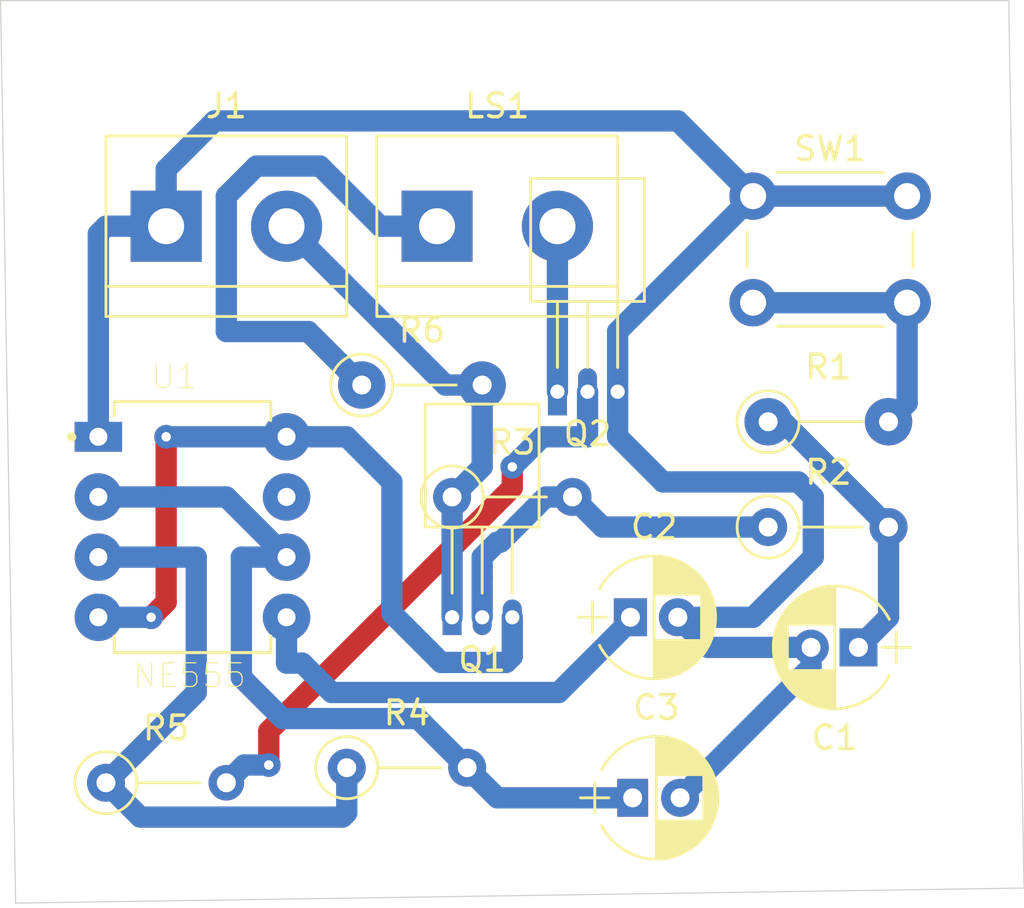
<source format=kicad_pcb>
(kicad_pcb (version 20171130) (host pcbnew "(5.1.2)-2")

  (general
    (thickness 1.6)
    (drawings 5)
    (tracks 100)
    (zones 0)
    (modules 15)
    (nets 14)
  )

  (page A4)
  (layers
    (0 F.Cu signal)
    (31 B.Cu signal)
    (32 B.Adhes user)
    (33 F.Adhes user)
    (34 B.Paste user)
    (35 F.Paste user)
    (36 B.SilkS user)
    (37 F.SilkS user)
    (38 B.Mask user)
    (39 F.Mask user)
    (40 Dwgs.User user)
    (41 Cmts.User user)
    (42 Eco1.User user)
    (43 Eco2.User user)
    (44 Edge.Cuts user)
    (45 Margin user)
    (46 B.CrtYd user)
    (47 F.CrtYd user)
    (48 B.Fab user)
    (49 F.Fab user)
  )

  (setup
    (last_trace_width 0.9)
    (user_trace_width 0.9)
    (trace_clearance 0.2)
    (zone_clearance 0.508)
    (zone_45_only no)
    (trace_min 0.2)
    (via_size 0.8)
    (via_drill 0.4)
    (via_min_size 0.4)
    (via_min_drill 0.3)
    (uvia_size 0.3)
    (uvia_drill 0.1)
    (uvias_allowed no)
    (uvia_min_size 0.2)
    (uvia_min_drill 0.1)
    (edge_width 0.05)
    (segment_width 0.2)
    (pcb_text_width 0.3)
    (pcb_text_size 1.5 1.5)
    (mod_edge_width 0.12)
    (mod_text_size 1 1)
    (mod_text_width 0.15)
    (pad_size 1.5 1.5)
    (pad_drill 0.8)
    (pad_to_mask_clearance 0.051)
    (solder_mask_min_width 0.25)
    (aux_axis_origin 0 0)
    (visible_elements 7FFFFFFF)
    (pcbplotparams
      (layerselection 0x010fc_ffffffff)
      (usegerberextensions true)
      (usegerberattributes false)
      (usegerberadvancedattributes false)
      (creategerberjobfile false)
      (excludeedgelayer true)
      (linewidth 0.100000)
      (plotframeref false)
      (viasonmask false)
      (mode 1)
      (useauxorigin false)
      (hpglpennumber 1)
      (hpglpenspeed 20)
      (hpglpendiameter 15.000000)
      (psnegative false)
      (psa4output false)
      (plotreference true)
      (plotvalue true)
      (plotinvisibletext false)
      (padsonsilk false)
      (subtractmaskfromsilk false)
      (outputformat 1)
      (mirror false)
      (drillshape 0)
      (scaleselection 1)
      (outputdirectory "../../"))
  )

  (net 0 "")
  (net 1 "Net-(C1-Pad2)")
  (net 2 "Net-(C1-Pad1)")
  (net 3 "Net-(C2-Pad1)")
  (net 4 "Net-(C3-Pad1)")
  (net 5 Vcc)
  (net 6 "Net-(LS1-Pad2)")
  (net 7 "Net-(LS1-Pad1)")
  (net 8 V)
  (net 9 "Net-(Q2-Pad2)")
  (net 10 "Net-(R1-Pad2)")
  (net 11 "Net-(R4-Pad1)")
  (net 12 "Net-(U1-Pad7)")
  (net 13 "Net-(Q1-Pad2)")

  (net_class Default "This is the default net class."
    (clearance 0.2)
    (trace_width 0.8)
    (via_dia 0.8)
    (via_drill 0.4)
    (uvia_dia 0.3)
    (uvia_drill 0.1)
    (add_net "Net-(C1-Pad1)")
    (add_net "Net-(C1-Pad2)")
    (add_net "Net-(C2-Pad1)")
    (add_net "Net-(C3-Pad1)")
    (add_net "Net-(LS1-Pad1)")
    (add_net "Net-(LS1-Pad2)")
    (add_net "Net-(Q1-Pad2)")
    (add_net "Net-(Q2-Pad2)")
    (add_net "Net-(R1-Pad2)")
    (add_net "Net-(R4-Pad1)")
    (add_net "Net-(U1-Pad7)")
    (add_net V)
    (add_net Vcc)
  )

  (module Connectors_Terminal_Blocks:TerminalBlock_bornier-2_P5.08mm (layer F.Cu) (tedit 59FF03AB) (tstamp 5D60D956)
    (at 55.245 85.09)
    (descr "simple 2-pin terminal block, pitch 5.08mm, revamped version of bornier2")
    (tags "terminal block bornier2")
    (path /5D65213E)
    (fp_text reference J1 (at 2.54 -5.08) (layer F.SilkS)
      (effects (font (size 1 1) (thickness 0.15)))
    )
    (fp_text value Conn_01x02_Female (at 2.54 5.08) (layer F.Fab)
      (effects (font (size 1 1) (thickness 0.15)))
    )
    (fp_text user %R (at 2.54 0) (layer F.Fab)
      (effects (font (size 1 1) (thickness 0.15)))
    )
    (fp_line (start -2.41 2.55) (end 7.49 2.55) (layer F.Fab) (width 0.1))
    (fp_line (start -2.46 -3.75) (end -2.46 3.75) (layer F.Fab) (width 0.1))
    (fp_line (start -2.46 3.75) (end 7.54 3.75) (layer F.Fab) (width 0.1))
    (fp_line (start 7.54 3.75) (end 7.54 -3.75) (layer F.Fab) (width 0.1))
    (fp_line (start 7.54 -3.75) (end -2.46 -3.75) (layer F.Fab) (width 0.1))
    (fp_line (start 7.62 2.54) (end -2.54 2.54) (layer F.SilkS) (width 0.12))
    (fp_line (start 7.62 3.81) (end 7.62 -3.81) (layer F.SilkS) (width 0.12))
    (fp_line (start 7.62 -3.81) (end -2.54 -3.81) (layer F.SilkS) (width 0.12))
    (fp_line (start -2.54 -3.81) (end -2.54 3.81) (layer F.SilkS) (width 0.12))
    (fp_line (start -2.54 3.81) (end 7.62 3.81) (layer F.SilkS) (width 0.12))
    (fp_line (start -2.71 -4) (end 7.79 -4) (layer F.CrtYd) (width 0.05))
    (fp_line (start -2.71 -4) (end -2.71 4) (layer F.CrtYd) (width 0.05))
    (fp_line (start 7.79 4) (end 7.79 -4) (layer F.CrtYd) (width 0.05))
    (fp_line (start 7.79 4) (end -2.71 4) (layer F.CrtYd) (width 0.05))
    (pad 1 thru_hole rect (at 0 0) (size 3 3) (drill 1.52) (layers *.Cu *.Mask)
      (net 1 "Net-(C1-Pad2)"))
    (pad 2 thru_hole circle (at 5.08 0) (size 3 3) (drill 1.52) (layers *.Cu *.Mask)
      (net 5 Vcc))
    (model ${KISYS3DMOD}/Terminal_Blocks.3dshapes/TerminalBlock_bornier-2_P5.08mm.wrl
      (offset (xyz 2.539999961853027 0 0))
      (scale (xyz 1 1 1))
      (rotate (xyz 0 0 0))
    )
  )

  (module Connectors_Terminal_Blocks:TerminalBlock_bornier-2_P5.08mm (layer F.Cu) (tedit 59FF03AB) (tstamp 5D60D96B)
    (at 66.675 85.09)
    (descr "simple 2-pin terminal block, pitch 5.08mm, revamped version of bornier2")
    (tags "terminal block bornier2")
    (path /5D6511F2)
    (fp_text reference LS1 (at 2.54 -5.08) (layer F.SilkS)
      (effects (font (size 1 1) (thickness 0.15)))
    )
    (fp_text value Speaker (at 2.54 5.08) (layer F.Fab)
      (effects (font (size 1 1) (thickness 0.15)))
    )
    (fp_line (start 7.79 4) (end -2.71 4) (layer F.CrtYd) (width 0.05))
    (fp_line (start 7.79 4) (end 7.79 -4) (layer F.CrtYd) (width 0.05))
    (fp_line (start -2.71 -4) (end -2.71 4) (layer F.CrtYd) (width 0.05))
    (fp_line (start -2.71 -4) (end 7.79 -4) (layer F.CrtYd) (width 0.05))
    (fp_line (start -2.54 3.81) (end 7.62 3.81) (layer F.SilkS) (width 0.12))
    (fp_line (start -2.54 -3.81) (end -2.54 3.81) (layer F.SilkS) (width 0.12))
    (fp_line (start 7.62 -3.81) (end -2.54 -3.81) (layer F.SilkS) (width 0.12))
    (fp_line (start 7.62 3.81) (end 7.62 -3.81) (layer F.SilkS) (width 0.12))
    (fp_line (start 7.62 2.54) (end -2.54 2.54) (layer F.SilkS) (width 0.12))
    (fp_line (start 7.54 -3.75) (end -2.46 -3.75) (layer F.Fab) (width 0.1))
    (fp_line (start 7.54 3.75) (end 7.54 -3.75) (layer F.Fab) (width 0.1))
    (fp_line (start -2.46 3.75) (end 7.54 3.75) (layer F.Fab) (width 0.1))
    (fp_line (start -2.46 -3.75) (end -2.46 3.75) (layer F.Fab) (width 0.1))
    (fp_line (start -2.41 2.55) (end 7.49 2.55) (layer F.Fab) (width 0.1))
    (fp_text user %R (at 2.54 0) (layer F.Fab)
      (effects (font (size 1 1) (thickness 0.15)))
    )
    (pad 2 thru_hole circle (at 5.08 0) (size 3 3) (drill 1.52) (layers *.Cu *.Mask)
      (net 6 "Net-(LS1-Pad2)"))
    (pad 1 thru_hole rect (at 0 0) (size 3 3) (drill 1.52) (layers *.Cu *.Mask)
      (net 7 "Net-(LS1-Pad1)"))
    (model ${KISYS3DMOD}/Terminal_Blocks.3dshapes/TerminalBlock_bornier-2_P5.08mm.wrl
      (offset (xyz 2.539999961853027 0 0))
      (scale (xyz 1 1 1))
      (rotate (xyz 0 0 0))
    )
  )

  (module TO_SOT_Packages_THT:TO-92_Horizontal2_Inline_Narrow_Oval (layer F.Cu) (tedit 5D60C812) (tstamp 5D60D99F)
    (at 71.755 92.075)
    (descr "TO-92 horizontal, leads in-line, narrow, oval pads, drill 0.6mm (see NXP sot054_po.pdf)")
    (tags "to-92 sc-43 sc-43a sot54 PA33 transistor")
    (path /5D67657E)
    (fp_text reference Q2 (at 1.27 1.78) (layer F.SilkS)
      (effects (font (size 1 1) (thickness 0.15)))
    )
    (fp_text value BC546 (at 1.27 -10.03) (layer F.Fab)
      (effects (font (size 1 1) (thickness 0.15)))
    )
    (fp_line (start 3.81 1) (end -1.27 1) (layer F.CrtYd) (width 0.05))
    (fp_line (start 3.81 1) (end 3.81 -9.14) (layer F.CrtYd) (width 0.05))
    (fp_line (start -1.27 -9.14) (end -1.27 1) (layer F.CrtYd) (width 0.05))
    (fp_line (start -1.27 -9.14) (end 3.81 -9.14) (layer F.CrtYd) (width 0.05))
    (fp_line (start -1.13 -9) (end -1.13 -3.81) (layer F.SilkS) (width 0.12))
    (fp_line (start 3.67 -9) (end -1.13 -9) (layer F.SilkS) (width 0.12))
    (fp_line (start 3.67 -3.81) (end 3.67 -9) (layer F.SilkS) (width 0.12))
    (fp_line (start -1.13 -3.81) (end 3.67 -3.81) (layer F.SilkS) (width 0.12))
    (fp_line (start 2.54 -1.02) (end 2.54 -3.81) (layer F.SilkS) (width 0.12))
    (fp_line (start 1.27 -1.02) (end 1.27 -3.81) (layer F.SilkS) (width 0.12))
    (fp_line (start 0 -1.02) (end 0 -3.81) (layer F.SilkS) (width 0.12))
    (fp_line (start 3.56 -8.89) (end -1.02 -8.89) (layer F.Fab) (width 0.1))
    (fp_line (start 3.56 -3.94) (end 3.56 -8.89) (layer F.Fab) (width 0.1))
    (fp_line (start -1.02 -3.94) (end 3.56 -3.94) (layer F.Fab) (width 0.1))
    (fp_line (start -1.02 -8.89) (end -1.02 -3.94) (layer F.Fab) (width 0.1))
    (fp_line (start 0 -3.94) (end 0 -1.02) (layer F.Fab) (width 0.1))
    (fp_line (start 1.27 -3.94) (end 1.27 -1.02) (layer F.Fab) (width 0.1))
    (fp_line (start 2.54 -3.94) (end 2.54 -1.02) (layer F.Fab) (width 0.1))
    (fp_text user %R (at 1.27 1.78) (layer F.Fab)
      (effects (font (size 1 1) (thickness 0.15)))
    )
    (pad 1 thru_hole rect (at 0 0 180) (size 0.8 2) (drill 0.6) (layers *.Cu *.Mask)
      (net 6 "Net-(LS1-Pad2)"))
    (pad 3 thru_hole oval (at 2.54 0 180) (size 0.8 2) (drill 0.6) (layers *.Cu *.Mask)
      (net 1 "Net-(C1-Pad2)"))
    (pad 2 thru_hole oval (at 1.27 0 180) (size 0.8 2) (drill 0.6) (layers *.Cu *.Mask)
      (net 9 "Net-(Q2-Pad2)"))
    (model ${KISYS3DMOD}/TO_SOT_Packages_THT.3dshapes/TO-92_Horizontal2_Inline_Narrow_Oval.wrl
      (offset (xyz 1.269999980926514 0 0))
      (scale (xyz 1 1 1))
      (rotate (xyz 0 0 90))
    )
  )

  (module Resistors_THT:R_Axial_DIN0207_L6.3mm_D2.5mm_P5.08mm_Vertical (layer F.Cu) (tedit 5D60C874) (tstamp 5D60D9AD)
    (at 80.645 93.345)
    (descr "Resistor, Axial_DIN0207 series, Axial, Vertical, pin pitch=5.08mm, 0.25W = 1/4W, length*diameter=6.3*2.5mm^2, http://cdn-reichelt.de/documents/datenblatt/B400/1_4W%23YAG.pdf")
    (tags "Resistor Axial_DIN0207 series Axial Vertical pin pitch 5.08mm 0.25W = 1/4W length 6.3mm diameter 2.5mm")
    (path /5D64EE60)
    (fp_text reference R1 (at 2.54 -2.31) (layer F.SilkS)
      (effects (font (size 1 1) (thickness 0.15)))
    )
    (fp_text value R (at 2.54 2.31) (layer F.Fab)
      (effects (font (size 1 1) (thickness 0.15)))
    )
    (fp_circle (center 0 0) (end 1.25 0) (layer F.Fab) (width 0.1))
    (fp_circle (center 0 0) (end 1.31 0) (layer F.SilkS) (width 0.12))
    (fp_line (start 0 0) (end 5.08 0) (layer F.Fab) (width 0.1))
    (fp_line (start 1.31 0) (end 3.98 0) (layer F.SilkS) (width 0.12))
    (fp_line (start -1.6 -1.6) (end -1.6 1.6) (layer F.CrtYd) (width 0.05))
    (fp_line (start -1.6 1.6) (end 6.2 1.6) (layer F.CrtYd) (width 0.05))
    (fp_line (start 6.2 1.6) (end 6.2 -1.6) (layer F.CrtYd) (width 0.05))
    (fp_line (start 6.2 -1.6) (end -1.6 -1.6) (layer F.CrtYd) (width 0.05))
    (pad 1 thru_hole circle (at 0 0) (size 2 2) (drill 0.8) (layers *.Cu *.Mask)
      (net 2 "Net-(C1-Pad1)"))
    (pad 2 thru_hole oval (at 5.08 0) (size 2 2) (drill 0.8) (layers *.Cu *.Mask)
      (net 10 "Net-(R1-Pad2)"))
    (model ${KISYS3DMOD}/Resistors_THT.3dshapes/R_Axial_DIN0207_L6.3mm_D2.5mm_P5.08mm_Vertical.wrl
      (at (xyz 0 0 0))
      (scale (xyz 0.393701 0.393701 0.393701))
      (rotate (xyz 0 0 0))
    )
  )

  (module Resistors_THT:R_Axial_DIN0207_L6.3mm_D2.5mm_P5.08mm_Vertical (layer F.Cu) (tedit 5D60C823) (tstamp 5D60D9F3)
    (at 63.5 91.795001)
    (descr "Resistor, Axial_DIN0207 series, Axial, Vertical, pin pitch=5.08mm, 0.25W = 1/4W, length*diameter=6.3*2.5mm^2, http://cdn-reichelt.de/documents/datenblatt/B400/1_4W%23YAG.pdf")
    (tags "Resistor Axial_DIN0207 series Axial Vertical pin pitch 5.08mm 0.25W = 1/4W length 6.3mm diameter 2.5mm")
    (path /5D64E622)
    (fp_text reference R6 (at 2.54 -2.31) (layer F.SilkS)
      (effects (font (size 1 1) (thickness 0.15)))
    )
    (fp_text value R (at 2.54 2.31) (layer F.Fab)
      (effects (font (size 1 1) (thickness 0.15)))
    )
    (fp_circle (center 0 0) (end 1.25 0) (layer F.Fab) (width 0.1))
    (fp_circle (center 0 0) (end 1.31 0) (layer F.SilkS) (width 0.12))
    (fp_line (start 0 0) (end 5.08 0) (layer F.Fab) (width 0.1))
    (fp_line (start 1.31 0) (end 3.98 0) (layer F.SilkS) (width 0.12))
    (fp_line (start -1.6 -1.6) (end -1.6 1.6) (layer F.CrtYd) (width 0.05))
    (fp_line (start -1.6 1.6) (end 6.2 1.6) (layer F.CrtYd) (width 0.05))
    (fp_line (start 6.2 1.6) (end 6.2 -1.6) (layer F.CrtYd) (width 0.05))
    (fp_line (start 6.2 -1.6) (end -1.6 -1.6) (layer F.CrtYd) (width 0.05))
    (pad 1 thru_hole circle (at 0 0) (size 2 2) (drill 0.8) (layers *.Cu *.Mask)
      (net 7 "Net-(LS1-Pad1)"))
    (pad 2 thru_hole oval (at 5.08 0) (size 2 2) (drill 0.8) (layers *.Cu *.Mask)
      (net 5 Vcc))
    (model ${KISYS3DMOD}/Resistors_THT.3dshapes/R_Axial_DIN0207_L6.3mm_D2.5mm_P5.08mm_Vertical.wrl
      (at (xyz 0 0 0))
      (scale (xyz 0.393701 0.393701 0.393701))
      (rotate (xyz 0 0 0))
    )
  )

  (module Buttons_Switches_THT:SW_PUSH_6mm (layer F.Cu) (tedit 5923F252) (tstamp 5D60DA12)
    (at 80.01 83.82)
    (descr https://www.omron.com/ecb/products/pdf/en-b3f.pdf)
    (tags "tact sw push 6mm")
    (path /5D64F15A)
    (fp_text reference SW1 (at 3.25 -2) (layer F.SilkS)
      (effects (font (size 1 1) (thickness 0.15)))
    )
    (fp_text value SW_Push_Dual (at 3.75 6.7) (layer F.Fab)
      (effects (font (size 1 1) (thickness 0.15)))
    )
    (fp_circle (center 3.25 2.25) (end 1.25 2.5) (layer F.Fab) (width 0.1))
    (fp_line (start 6.75 3) (end 6.75 1.5) (layer F.SilkS) (width 0.12))
    (fp_line (start 5.5 -1) (end 1 -1) (layer F.SilkS) (width 0.12))
    (fp_line (start -0.25 1.5) (end -0.25 3) (layer F.SilkS) (width 0.12))
    (fp_line (start 1 5.5) (end 5.5 5.5) (layer F.SilkS) (width 0.12))
    (fp_line (start 8 -1.25) (end 8 5.75) (layer F.CrtYd) (width 0.05))
    (fp_line (start 7.75 6) (end -1.25 6) (layer F.CrtYd) (width 0.05))
    (fp_line (start -1.5 5.75) (end -1.5 -1.25) (layer F.CrtYd) (width 0.05))
    (fp_line (start -1.25 -1.5) (end 7.75 -1.5) (layer F.CrtYd) (width 0.05))
    (fp_line (start -1.5 6) (end -1.25 6) (layer F.CrtYd) (width 0.05))
    (fp_line (start -1.5 5.75) (end -1.5 6) (layer F.CrtYd) (width 0.05))
    (fp_line (start -1.5 -1.5) (end -1.25 -1.5) (layer F.CrtYd) (width 0.05))
    (fp_line (start -1.5 -1.25) (end -1.5 -1.5) (layer F.CrtYd) (width 0.05))
    (fp_line (start 8 -1.5) (end 8 -1.25) (layer F.CrtYd) (width 0.05))
    (fp_line (start 7.75 -1.5) (end 8 -1.5) (layer F.CrtYd) (width 0.05))
    (fp_line (start 8 6) (end 8 5.75) (layer F.CrtYd) (width 0.05))
    (fp_line (start 7.75 6) (end 8 6) (layer F.CrtYd) (width 0.05))
    (fp_line (start 0.25 -0.75) (end 3.25 -0.75) (layer F.Fab) (width 0.1))
    (fp_line (start 0.25 5.25) (end 0.25 -0.75) (layer F.Fab) (width 0.1))
    (fp_line (start 6.25 5.25) (end 0.25 5.25) (layer F.Fab) (width 0.1))
    (fp_line (start 6.25 -0.75) (end 6.25 5.25) (layer F.Fab) (width 0.1))
    (fp_line (start 3.25 -0.75) (end 6.25 -0.75) (layer F.Fab) (width 0.1))
    (fp_text user %R (at 3.25 2.25) (layer F.Fab)
      (effects (font (size 1 1) (thickness 0.15)))
    )
    (pad 1 thru_hole circle (at 6.5 0 90) (size 2 2) (drill 1.1) (layers *.Cu *.Mask)
      (net 1 "Net-(C1-Pad2)"))
    (pad 2 thru_hole circle (at 6.5 4.5 90) (size 2 2) (drill 1.1) (layers *.Cu *.Mask)
      (net 10 "Net-(R1-Pad2)"))
    (pad 1 thru_hole circle (at 0 0 90) (size 2 2) (drill 1.1) (layers *.Cu *.Mask)
      (net 1 "Net-(C1-Pad2)"))
    (pad 2 thru_hole circle (at 0 4.5 90) (size 2 2) (drill 1.1) (layers *.Cu *.Mask)
      (net 10 "Net-(R1-Pad2)"))
    (model ${KISYS3DMOD}/Buttons_Switches_THT.3dshapes/SW_PUSH_6mm.wrl
      (offset (xyz 0.1269999980926514 0 0))
      (scale (xyz 0.3937 0.3937 0.3937))
      (rotate (xyz 0 0 0))
    )
  )

  (module NE555:DIP794W45P254L1060H508Q8 (layer F.Cu) (tedit 5D60C7BB) (tstamp 5D60DA2D)
    (at 56.355 97.79)
    (path /5D6473C6)
    (fp_text reference U1 (at -0.76136 -6.34636) (layer F.SilkS)
      (effects (font (size 1.0018 1.0018) (thickness 0.05)))
    )
    (fp_text value NE555 (at -0.12512 6.27083) (layer F.SilkS)
      (effects (font (size 1.00093 1.00093) (thickness 0.05)))
    )
    (fp_line (start -3.3 -5.3) (end 3.3 -5.3) (layer Eco2.User) (width 0.127))
    (fp_line (start 3.3 -5.3) (end 3.3 5.3) (layer Eco2.User) (width 0.127))
    (fp_line (start 3.3 5.3) (end -3.3 5.3) (layer Eco2.User) (width 0.127))
    (fp_line (start -3.3 5.3) (end -3.3 -5.3) (layer Eco2.User) (width 0.127))
    (fp_line (start 4.8 -5.55) (end 4.8 5.55) (layer Eco1.User) (width 0.05))
    (fp_line (start 4.8 5.55) (end -4.8 5.55) (layer Eco1.User) (width 0.05))
    (fp_line (start -4.8 5.55) (end -4.8 -5.55) (layer Eco1.User) (width 0.05))
    (fp_line (start -4.8 -5.55) (end 4.8 -5.55) (layer Eco1.User) (width 0.05))
    (fp_line (start 3.3 -4.5) (end 3.3 -5.3) (layer F.SilkS) (width 0.127))
    (fp_line (start 3.3 -5.3) (end -3.3 -5.3) (layer F.SilkS) (width 0.127))
    (fp_line (start -3.3 -5.3) (end -3.3 -4.7) (layer F.SilkS) (width 0.127))
    (fp_line (start -3.3 4.6) (end -3.3 5.3) (layer F.SilkS) (width 0.127))
    (fp_line (start -3.3 5.3) (end 3.3 5.3) (layer F.SilkS) (width 0.127))
    (fp_line (start 3.3 5.3) (end 3.3 4.6) (layer F.SilkS) (width 0.127))
    (fp_circle (center -5.1 -3.8) (end -5 -3.8) (layer F.SilkS) (width 0.2))
    (pad 8 thru_hole circle (at 3.97 -3.81 270) (size 2 2) (drill 0.76) (layers *.Cu *.Mask)
      (net 8 V))
    (pad 7 thru_hole circle (at 3.97 -1.27 270) (size 2 2) (drill 0.76) (layers *.Cu *.Mask)
      (net 12 "Net-(U1-Pad7)"))
    (pad 6 thru_hole circle (at 3.97 1.27 270) (size 2 2) (drill 0.76) (layers *.Cu *.Mask)
      (net 4 "Net-(C3-Pad1)"))
    (pad 5 thru_hole circle (at 3.97 3.81 270) (size 2 2) (drill 0.76) (layers *.Cu *.Mask)
      (net 3 "Net-(C2-Pad1)"))
    (pad 1 thru_hole rect (at -3.97 -3.81 270) (size 1.268 2) (drill 0.76) (layers *.Cu *.Mask)
      (net 1 "Net-(C1-Pad2)"))
    (pad 2 thru_hole circle (at -3.97 -1.27 270) (size 2 2) (drill 0.76) (layers *.Cu *.Mask)
      (net 4 "Net-(C3-Pad1)"))
    (pad 3 thru_hole circle (at -3.97 1.27 270) (size 2 2) (drill 0.76) (layers *.Cu *.Mask)
      (net 11 "Net-(R4-Pad1)"))
    (pad 4 thru_hole circle (at -3.97 3.81 270) (size 2 2) (drill 0.76) (layers *.Cu *.Mask)
      (net 8 V))
  )

  (module Capacitors_THT:CP_Radial_D5.0mm_P2.00mm (layer F.Cu) (tedit 5D60D732) (tstamp 5D60FA7F)
    (at 84.455 102.87 180)
    (descr "CP, Radial series, Radial, pin pitch=2.00mm, , diameter=5mm, Electrolytic Capacitor")
    (tags "CP Radial series Radial pin pitch 2.00mm  diameter 5mm Electrolytic Capacitor")
    (path /5D650DB0)
    (fp_text reference C1 (at 1 -3.81) (layer F.SilkS)
      (effects (font (size 1 1) (thickness 0.15)))
    )
    (fp_text value C (at 1 3.81) (layer F.Fab)
      (effects (font (size 1 1) (thickness 0.15)))
    )
    (fp_text user %R (at 1 0) (layer F.Fab)
      (effects (font (size 1 1) (thickness 0.15)))
    )
    (fp_line (start 3.85 -2.85) (end -1.85 -2.85) (layer F.CrtYd) (width 0.05))
    (fp_line (start 3.85 2.85) (end 3.85 -2.85) (layer F.CrtYd) (width 0.05))
    (fp_line (start -1.85 2.85) (end 3.85 2.85) (layer F.CrtYd) (width 0.05))
    (fp_line (start -1.85 -2.85) (end -1.85 2.85) (layer F.CrtYd) (width 0.05))
    (fp_line (start -1.6 -0.65) (end -1.6 0.65) (layer F.SilkS) (width 0.12))
    (fp_line (start -2.2 0) (end -1 0) (layer F.SilkS) (width 0.12))
    (fp_line (start 3.561 -0.354) (end 3.561 0.354) (layer F.SilkS) (width 0.12))
    (fp_line (start 3.521 -0.559) (end 3.521 0.559) (layer F.SilkS) (width 0.12))
    (fp_line (start 3.481 -0.707) (end 3.481 0.707) (layer F.SilkS) (width 0.12))
    (fp_line (start 3.441 -0.829) (end 3.441 0.829) (layer F.SilkS) (width 0.12))
    (fp_line (start 3.401 -0.934) (end 3.401 0.934) (layer F.SilkS) (width 0.12))
    (fp_line (start 3.361 -1.028) (end 3.361 1.028) (layer F.SilkS) (width 0.12))
    (fp_line (start 3.321 -1.112) (end 3.321 1.112) (layer F.SilkS) (width 0.12))
    (fp_line (start 3.281 -1.189) (end 3.281 1.189) (layer F.SilkS) (width 0.12))
    (fp_line (start 3.241 -1.261) (end 3.241 1.261) (layer F.SilkS) (width 0.12))
    (fp_line (start 3.201 -1.327) (end 3.201 1.327) (layer F.SilkS) (width 0.12))
    (fp_line (start 3.161 -1.39) (end 3.161 1.39) (layer F.SilkS) (width 0.12))
    (fp_line (start 3.121 -1.448) (end 3.121 1.448) (layer F.SilkS) (width 0.12))
    (fp_line (start 3.081 -1.504) (end 3.081 1.504) (layer F.SilkS) (width 0.12))
    (fp_line (start 3.041 -1.556) (end 3.041 1.556) (layer F.SilkS) (width 0.12))
    (fp_line (start 3.001 -1.606) (end 3.001 1.606) (layer F.SilkS) (width 0.12))
    (fp_line (start 2.961 0.98) (end 2.961 1.654) (layer F.SilkS) (width 0.12))
    (fp_line (start 2.961 -1.654) (end 2.961 -0.98) (layer F.SilkS) (width 0.12))
    (fp_line (start 2.921 0.98) (end 2.921 1.699) (layer F.SilkS) (width 0.12))
    (fp_line (start 2.921 -1.699) (end 2.921 -0.98) (layer F.SilkS) (width 0.12))
    (fp_line (start 2.881 0.98) (end 2.881 1.742) (layer F.SilkS) (width 0.12))
    (fp_line (start 2.881 -1.742) (end 2.881 -0.98) (layer F.SilkS) (width 0.12))
    (fp_line (start 2.841 0.98) (end 2.841 1.783) (layer F.SilkS) (width 0.12))
    (fp_line (start 2.841 -1.783) (end 2.841 -0.98) (layer F.SilkS) (width 0.12))
    (fp_line (start 2.801 0.98) (end 2.801 1.823) (layer F.SilkS) (width 0.12))
    (fp_line (start 2.801 -1.823) (end 2.801 -0.98) (layer F.SilkS) (width 0.12))
    (fp_line (start 2.761 0.98) (end 2.761 1.861) (layer F.SilkS) (width 0.12))
    (fp_line (start 2.761 -1.861) (end 2.761 -0.98) (layer F.SilkS) (width 0.12))
    (fp_line (start 2.721 0.98) (end 2.721 1.897) (layer F.SilkS) (width 0.12))
    (fp_line (start 2.721 -1.897) (end 2.721 -0.98) (layer F.SilkS) (width 0.12))
    (fp_line (start 2.681 0.98) (end 2.681 1.932) (layer F.SilkS) (width 0.12))
    (fp_line (start 2.681 -1.932) (end 2.681 -0.98) (layer F.SilkS) (width 0.12))
    (fp_line (start 2.641 0.98) (end 2.641 1.965) (layer F.SilkS) (width 0.12))
    (fp_line (start 2.641 -1.965) (end 2.641 -0.98) (layer F.SilkS) (width 0.12))
    (fp_line (start 2.601 0.98) (end 2.601 1.997) (layer F.SilkS) (width 0.12))
    (fp_line (start 2.601 -1.997) (end 2.601 -0.98) (layer F.SilkS) (width 0.12))
    (fp_line (start 2.561 0.98) (end 2.561 2.028) (layer F.SilkS) (width 0.12))
    (fp_line (start 2.561 -2.028) (end 2.561 -0.98) (layer F.SilkS) (width 0.12))
    (fp_line (start 2.521 0.98) (end 2.521 2.058) (layer F.SilkS) (width 0.12))
    (fp_line (start 2.521 -2.058) (end 2.521 -0.98) (layer F.SilkS) (width 0.12))
    (fp_line (start 2.481 0.98) (end 2.481 2.086) (layer F.SilkS) (width 0.12))
    (fp_line (start 2.481 -2.086) (end 2.481 -0.98) (layer F.SilkS) (width 0.12))
    (fp_line (start 2.441 0.98) (end 2.441 2.113) (layer F.SilkS) (width 0.12))
    (fp_line (start 2.441 -2.113) (end 2.441 -0.98) (layer F.SilkS) (width 0.12))
    (fp_line (start 2.401 0.98) (end 2.401 2.14) (layer F.SilkS) (width 0.12))
    (fp_line (start 2.401 -2.14) (end 2.401 -0.98) (layer F.SilkS) (width 0.12))
    (fp_line (start 2.361 0.98) (end 2.361 2.165) (layer F.SilkS) (width 0.12))
    (fp_line (start 2.361 -2.165) (end 2.361 -0.98) (layer F.SilkS) (width 0.12))
    (fp_line (start 2.321 0.98) (end 2.321 2.189) (layer F.SilkS) (width 0.12))
    (fp_line (start 2.321 -2.189) (end 2.321 -0.98) (layer F.SilkS) (width 0.12))
    (fp_line (start 2.281 0.98) (end 2.281 2.212) (layer F.SilkS) (width 0.12))
    (fp_line (start 2.281 -2.212) (end 2.281 -0.98) (layer F.SilkS) (width 0.12))
    (fp_line (start 2.241 0.98) (end 2.241 2.234) (layer F.SilkS) (width 0.12))
    (fp_line (start 2.241 -2.234) (end 2.241 -0.98) (layer F.SilkS) (width 0.12))
    (fp_line (start 2.201 0.98) (end 2.201 2.256) (layer F.SilkS) (width 0.12))
    (fp_line (start 2.201 -2.256) (end 2.201 -0.98) (layer F.SilkS) (width 0.12))
    (fp_line (start 2.161 0.98) (end 2.161 2.276) (layer F.SilkS) (width 0.12))
    (fp_line (start 2.161 -2.276) (end 2.161 -0.98) (layer F.SilkS) (width 0.12))
    (fp_line (start 2.121 0.98) (end 2.121 2.296) (layer F.SilkS) (width 0.12))
    (fp_line (start 2.121 -2.296) (end 2.121 -0.98) (layer F.SilkS) (width 0.12))
    (fp_line (start 2.081 0.98) (end 2.081 2.315) (layer F.SilkS) (width 0.12))
    (fp_line (start 2.081 -2.315) (end 2.081 -0.98) (layer F.SilkS) (width 0.12))
    (fp_line (start 2.041 0.98) (end 2.041 2.333) (layer F.SilkS) (width 0.12))
    (fp_line (start 2.041 -2.333) (end 2.041 -0.98) (layer F.SilkS) (width 0.12))
    (fp_line (start 2.001 0.98) (end 2.001 2.35) (layer F.SilkS) (width 0.12))
    (fp_line (start 2.001 -2.35) (end 2.001 -0.98) (layer F.SilkS) (width 0.12))
    (fp_line (start 1.961 0.98) (end 1.961 2.366) (layer F.SilkS) (width 0.12))
    (fp_line (start 1.961 -2.366) (end 1.961 -0.98) (layer F.SilkS) (width 0.12))
    (fp_line (start 1.921 0.98) (end 1.921 2.382) (layer F.SilkS) (width 0.12))
    (fp_line (start 1.921 -2.382) (end 1.921 -0.98) (layer F.SilkS) (width 0.12))
    (fp_line (start 1.881 0.98) (end 1.881 2.396) (layer F.SilkS) (width 0.12))
    (fp_line (start 1.881 -2.396) (end 1.881 -0.98) (layer F.SilkS) (width 0.12))
    (fp_line (start 1.841 0.98) (end 1.841 2.41) (layer F.SilkS) (width 0.12))
    (fp_line (start 1.841 -2.41) (end 1.841 -0.98) (layer F.SilkS) (width 0.12))
    (fp_line (start 1.801 0.98) (end 1.801 2.424) (layer F.SilkS) (width 0.12))
    (fp_line (start 1.801 -2.424) (end 1.801 -0.98) (layer F.SilkS) (width 0.12))
    (fp_line (start 1.761 0.98) (end 1.761 2.436) (layer F.SilkS) (width 0.12))
    (fp_line (start 1.761 -2.436) (end 1.761 -0.98) (layer F.SilkS) (width 0.12))
    (fp_line (start 1.721 0.98) (end 1.721 2.448) (layer F.SilkS) (width 0.12))
    (fp_line (start 1.721 -2.448) (end 1.721 -0.98) (layer F.SilkS) (width 0.12))
    (fp_line (start 1.68 0.98) (end 1.68 2.46) (layer F.SilkS) (width 0.12))
    (fp_line (start 1.68 -2.46) (end 1.68 -0.98) (layer F.SilkS) (width 0.12))
    (fp_line (start 1.64 0.98) (end 1.64 2.47) (layer F.SilkS) (width 0.12))
    (fp_line (start 1.64 -2.47) (end 1.64 -0.98) (layer F.SilkS) (width 0.12))
    (fp_line (start 1.6 0.98) (end 1.6 2.48) (layer F.SilkS) (width 0.12))
    (fp_line (start 1.6 -2.48) (end 1.6 -0.98) (layer F.SilkS) (width 0.12))
    (fp_line (start 1.56 0.98) (end 1.56 2.489) (layer F.SilkS) (width 0.12))
    (fp_line (start 1.56 -2.489) (end 1.56 -0.98) (layer F.SilkS) (width 0.12))
    (fp_line (start 1.52 0.98) (end 1.52 2.498) (layer F.SilkS) (width 0.12))
    (fp_line (start 1.52 -2.498) (end 1.52 -0.98) (layer F.SilkS) (width 0.12))
    (fp_line (start 1.48 0.98) (end 1.48 2.506) (layer F.SilkS) (width 0.12))
    (fp_line (start 1.48 -2.506) (end 1.48 -0.98) (layer F.SilkS) (width 0.12))
    (fp_line (start 1.44 0.98) (end 1.44 2.513) (layer F.SilkS) (width 0.12))
    (fp_line (start 1.44 -2.513) (end 1.44 -0.98) (layer F.SilkS) (width 0.12))
    (fp_line (start 1.4 0.98) (end 1.4 2.519) (layer F.SilkS) (width 0.12))
    (fp_line (start 1.4 -2.519) (end 1.4 -0.98) (layer F.SilkS) (width 0.12))
    (fp_line (start 1.36 0.98) (end 1.36 2.525) (layer F.SilkS) (width 0.12))
    (fp_line (start 1.36 -2.525) (end 1.36 -0.98) (layer F.SilkS) (width 0.12))
    (fp_line (start 1.32 0.98) (end 1.32 2.531) (layer F.SilkS) (width 0.12))
    (fp_line (start 1.32 -2.531) (end 1.32 -0.98) (layer F.SilkS) (width 0.12))
    (fp_line (start 1.28 0.98) (end 1.28 2.535) (layer F.SilkS) (width 0.12))
    (fp_line (start 1.28 -2.535) (end 1.28 -0.98) (layer F.SilkS) (width 0.12))
    (fp_line (start 1.24 0.98) (end 1.24 2.539) (layer F.SilkS) (width 0.12))
    (fp_line (start 1.24 -2.539) (end 1.24 -0.98) (layer F.SilkS) (width 0.12))
    (fp_line (start 1.2 0.98) (end 1.2 2.543) (layer F.SilkS) (width 0.12))
    (fp_line (start 1.2 -2.543) (end 1.2 -0.98) (layer F.SilkS) (width 0.12))
    (fp_line (start 1.16 0.98) (end 1.16 2.546) (layer F.SilkS) (width 0.12))
    (fp_line (start 1.16 -2.546) (end 1.16 -0.98) (layer F.SilkS) (width 0.12))
    (fp_line (start 1.12 0.98) (end 1.12 2.548) (layer F.SilkS) (width 0.12))
    (fp_line (start 1.12 -2.548) (end 1.12 -0.98) (layer F.SilkS) (width 0.12))
    (fp_line (start 1.08 0.98) (end 1.08 2.549) (layer F.SilkS) (width 0.12))
    (fp_line (start 1.08 -2.549) (end 1.08 -0.98) (layer F.SilkS) (width 0.12))
    (fp_line (start 1.04 0.98) (end 1.04 2.55) (layer F.SilkS) (width 0.12))
    (fp_line (start 1.04 -2.55) (end 1.04 -0.98) (layer F.SilkS) (width 0.12))
    (fp_line (start 1 -2.55) (end 1 2.55) (layer F.SilkS) (width 0.12))
    (fp_line (start -1.6 -0.65) (end -1.6 0.65) (layer F.Fab) (width 0.1))
    (fp_line (start -2.2 0) (end -1 0) (layer F.Fab) (width 0.1))
    (fp_circle (center 1 0) (end 3.5 0) (layer F.Fab) (width 0.1))
    (fp_arc (start 1 0) (end 3.30558 -1.18) (angle 54.2) (layer F.SilkS) (width 0.12))
    (fp_arc (start 1 0) (end -1.30558 1.18) (angle -125.8) (layer F.SilkS) (width 0.12))
    (fp_arc (start 1 0) (end -1.30558 -1.18) (angle 125.8) (layer F.SilkS) (width 0.12))
    (pad 2 thru_hole circle (at 2 0 180) (size 1.5 1.5) (drill 0.8) (layers *.Cu *.Mask)
      (net 1 "Net-(C1-Pad2)"))
    (pad 1 thru_hole rect (at 0 0 180) (size 1.6 1.6) (drill 0.8) (layers *.Cu *.Mask)
      (net 2 "Net-(C1-Pad1)"))
    (model ${KISYS3DMOD}/Capacitors_THT.3dshapes/CP_Radial_D5.0mm_P2.00mm.wrl
      (at (xyz 0 0 0))
      (scale (xyz 1 1 1))
      (rotate (xyz 0 0 0))
    )
  )

  (module Capacitors_THT:CP_Radial_D5.0mm_P2.00mm (layer F.Cu) (tedit 5D60D725) (tstamp 5D61004E)
    (at 74.835 101.6)
    (descr "CP, Radial series, Radial, pin pitch=2.00mm, , diameter=5mm, Electrolytic Capacitor")
    (tags "CP Radial series Radial pin pitch 2.00mm  diameter 5mm Electrolytic Capacitor")
    (path /5D650A9A)
    (fp_text reference C2 (at 1 -3.81) (layer F.SilkS)
      (effects (font (size 1 1) (thickness 0.15)))
    )
    (fp_text value C (at 1 3.81) (layer F.Fab)
      (effects (font (size 1 1) (thickness 0.15)))
    )
    (fp_arc (start 1 0) (end -1.30558 -1.18) (angle 125.8) (layer F.SilkS) (width 0.12))
    (fp_arc (start 1 0) (end -1.30558 1.18) (angle -125.8) (layer F.SilkS) (width 0.12))
    (fp_arc (start 1 0) (end 3.30558 -1.18) (angle 54.2) (layer F.SilkS) (width 0.12))
    (fp_circle (center 1 0) (end 3.5 0) (layer F.Fab) (width 0.1))
    (fp_line (start -2.2 0) (end -1 0) (layer F.Fab) (width 0.1))
    (fp_line (start -1.6 -0.65) (end -1.6 0.65) (layer F.Fab) (width 0.1))
    (fp_line (start 1 -2.55) (end 1 2.55) (layer F.SilkS) (width 0.12))
    (fp_line (start 1.04 -2.55) (end 1.04 -0.98) (layer F.SilkS) (width 0.12))
    (fp_line (start 1.04 0.98) (end 1.04 2.55) (layer F.SilkS) (width 0.12))
    (fp_line (start 1.08 -2.549) (end 1.08 -0.98) (layer F.SilkS) (width 0.12))
    (fp_line (start 1.08 0.98) (end 1.08 2.549) (layer F.SilkS) (width 0.12))
    (fp_line (start 1.12 -2.548) (end 1.12 -0.98) (layer F.SilkS) (width 0.12))
    (fp_line (start 1.12 0.98) (end 1.12 2.548) (layer F.SilkS) (width 0.12))
    (fp_line (start 1.16 -2.546) (end 1.16 -0.98) (layer F.SilkS) (width 0.12))
    (fp_line (start 1.16 0.98) (end 1.16 2.546) (layer F.SilkS) (width 0.12))
    (fp_line (start 1.2 -2.543) (end 1.2 -0.98) (layer F.SilkS) (width 0.12))
    (fp_line (start 1.2 0.98) (end 1.2 2.543) (layer F.SilkS) (width 0.12))
    (fp_line (start 1.24 -2.539) (end 1.24 -0.98) (layer F.SilkS) (width 0.12))
    (fp_line (start 1.24 0.98) (end 1.24 2.539) (layer F.SilkS) (width 0.12))
    (fp_line (start 1.28 -2.535) (end 1.28 -0.98) (layer F.SilkS) (width 0.12))
    (fp_line (start 1.28 0.98) (end 1.28 2.535) (layer F.SilkS) (width 0.12))
    (fp_line (start 1.32 -2.531) (end 1.32 -0.98) (layer F.SilkS) (width 0.12))
    (fp_line (start 1.32 0.98) (end 1.32 2.531) (layer F.SilkS) (width 0.12))
    (fp_line (start 1.36 -2.525) (end 1.36 -0.98) (layer F.SilkS) (width 0.12))
    (fp_line (start 1.36 0.98) (end 1.36 2.525) (layer F.SilkS) (width 0.12))
    (fp_line (start 1.4 -2.519) (end 1.4 -0.98) (layer F.SilkS) (width 0.12))
    (fp_line (start 1.4 0.98) (end 1.4 2.519) (layer F.SilkS) (width 0.12))
    (fp_line (start 1.44 -2.513) (end 1.44 -0.98) (layer F.SilkS) (width 0.12))
    (fp_line (start 1.44 0.98) (end 1.44 2.513) (layer F.SilkS) (width 0.12))
    (fp_line (start 1.48 -2.506) (end 1.48 -0.98) (layer F.SilkS) (width 0.12))
    (fp_line (start 1.48 0.98) (end 1.48 2.506) (layer F.SilkS) (width 0.12))
    (fp_line (start 1.52 -2.498) (end 1.52 -0.98) (layer F.SilkS) (width 0.12))
    (fp_line (start 1.52 0.98) (end 1.52 2.498) (layer F.SilkS) (width 0.12))
    (fp_line (start 1.56 -2.489) (end 1.56 -0.98) (layer F.SilkS) (width 0.12))
    (fp_line (start 1.56 0.98) (end 1.56 2.489) (layer F.SilkS) (width 0.12))
    (fp_line (start 1.6 -2.48) (end 1.6 -0.98) (layer F.SilkS) (width 0.12))
    (fp_line (start 1.6 0.98) (end 1.6 2.48) (layer F.SilkS) (width 0.12))
    (fp_line (start 1.64 -2.47) (end 1.64 -0.98) (layer F.SilkS) (width 0.12))
    (fp_line (start 1.64 0.98) (end 1.64 2.47) (layer F.SilkS) (width 0.12))
    (fp_line (start 1.68 -2.46) (end 1.68 -0.98) (layer F.SilkS) (width 0.12))
    (fp_line (start 1.68 0.98) (end 1.68 2.46) (layer F.SilkS) (width 0.12))
    (fp_line (start 1.721 -2.448) (end 1.721 -0.98) (layer F.SilkS) (width 0.12))
    (fp_line (start 1.721 0.98) (end 1.721 2.448) (layer F.SilkS) (width 0.12))
    (fp_line (start 1.761 -2.436) (end 1.761 -0.98) (layer F.SilkS) (width 0.12))
    (fp_line (start 1.761 0.98) (end 1.761 2.436) (layer F.SilkS) (width 0.12))
    (fp_line (start 1.801 -2.424) (end 1.801 -0.98) (layer F.SilkS) (width 0.12))
    (fp_line (start 1.801 0.98) (end 1.801 2.424) (layer F.SilkS) (width 0.12))
    (fp_line (start 1.841 -2.41) (end 1.841 -0.98) (layer F.SilkS) (width 0.12))
    (fp_line (start 1.841 0.98) (end 1.841 2.41) (layer F.SilkS) (width 0.12))
    (fp_line (start 1.881 -2.396) (end 1.881 -0.98) (layer F.SilkS) (width 0.12))
    (fp_line (start 1.881 0.98) (end 1.881 2.396) (layer F.SilkS) (width 0.12))
    (fp_line (start 1.921 -2.382) (end 1.921 -0.98) (layer F.SilkS) (width 0.12))
    (fp_line (start 1.921 0.98) (end 1.921 2.382) (layer F.SilkS) (width 0.12))
    (fp_line (start 1.961 -2.366) (end 1.961 -0.98) (layer F.SilkS) (width 0.12))
    (fp_line (start 1.961 0.98) (end 1.961 2.366) (layer F.SilkS) (width 0.12))
    (fp_line (start 2.001 -2.35) (end 2.001 -0.98) (layer F.SilkS) (width 0.12))
    (fp_line (start 2.001 0.98) (end 2.001 2.35) (layer F.SilkS) (width 0.12))
    (fp_line (start 2.041 -2.333) (end 2.041 -0.98) (layer F.SilkS) (width 0.12))
    (fp_line (start 2.041 0.98) (end 2.041 2.333) (layer F.SilkS) (width 0.12))
    (fp_line (start 2.081 -2.315) (end 2.081 -0.98) (layer F.SilkS) (width 0.12))
    (fp_line (start 2.081 0.98) (end 2.081 2.315) (layer F.SilkS) (width 0.12))
    (fp_line (start 2.121 -2.296) (end 2.121 -0.98) (layer F.SilkS) (width 0.12))
    (fp_line (start 2.121 0.98) (end 2.121 2.296) (layer F.SilkS) (width 0.12))
    (fp_line (start 2.161 -2.276) (end 2.161 -0.98) (layer F.SilkS) (width 0.12))
    (fp_line (start 2.161 0.98) (end 2.161 2.276) (layer F.SilkS) (width 0.12))
    (fp_line (start 2.201 -2.256) (end 2.201 -0.98) (layer F.SilkS) (width 0.12))
    (fp_line (start 2.201 0.98) (end 2.201 2.256) (layer F.SilkS) (width 0.12))
    (fp_line (start 2.241 -2.234) (end 2.241 -0.98) (layer F.SilkS) (width 0.12))
    (fp_line (start 2.241 0.98) (end 2.241 2.234) (layer F.SilkS) (width 0.12))
    (fp_line (start 2.281 -2.212) (end 2.281 -0.98) (layer F.SilkS) (width 0.12))
    (fp_line (start 2.281 0.98) (end 2.281 2.212) (layer F.SilkS) (width 0.12))
    (fp_line (start 2.321 -2.189) (end 2.321 -0.98) (layer F.SilkS) (width 0.12))
    (fp_line (start 2.321 0.98) (end 2.321 2.189) (layer F.SilkS) (width 0.12))
    (fp_line (start 2.361 -2.165) (end 2.361 -0.98) (layer F.SilkS) (width 0.12))
    (fp_line (start 2.361 0.98) (end 2.361 2.165) (layer F.SilkS) (width 0.12))
    (fp_line (start 2.401 -2.14) (end 2.401 -0.98) (layer F.SilkS) (width 0.12))
    (fp_line (start 2.401 0.98) (end 2.401 2.14) (layer F.SilkS) (width 0.12))
    (fp_line (start 2.441 -2.113) (end 2.441 -0.98) (layer F.SilkS) (width 0.12))
    (fp_line (start 2.441 0.98) (end 2.441 2.113) (layer F.SilkS) (width 0.12))
    (fp_line (start 2.481 -2.086) (end 2.481 -0.98) (layer F.SilkS) (width 0.12))
    (fp_line (start 2.481 0.98) (end 2.481 2.086) (layer F.SilkS) (width 0.12))
    (fp_line (start 2.521 -2.058) (end 2.521 -0.98) (layer F.SilkS) (width 0.12))
    (fp_line (start 2.521 0.98) (end 2.521 2.058) (layer F.SilkS) (width 0.12))
    (fp_line (start 2.561 -2.028) (end 2.561 -0.98) (layer F.SilkS) (width 0.12))
    (fp_line (start 2.561 0.98) (end 2.561 2.028) (layer F.SilkS) (width 0.12))
    (fp_line (start 2.601 -1.997) (end 2.601 -0.98) (layer F.SilkS) (width 0.12))
    (fp_line (start 2.601 0.98) (end 2.601 1.997) (layer F.SilkS) (width 0.12))
    (fp_line (start 2.641 -1.965) (end 2.641 -0.98) (layer F.SilkS) (width 0.12))
    (fp_line (start 2.641 0.98) (end 2.641 1.965) (layer F.SilkS) (width 0.12))
    (fp_line (start 2.681 -1.932) (end 2.681 -0.98) (layer F.SilkS) (width 0.12))
    (fp_line (start 2.681 0.98) (end 2.681 1.932) (layer F.SilkS) (width 0.12))
    (fp_line (start 2.721 -1.897) (end 2.721 -0.98) (layer F.SilkS) (width 0.12))
    (fp_line (start 2.721 0.98) (end 2.721 1.897) (layer F.SilkS) (width 0.12))
    (fp_line (start 2.761 -1.861) (end 2.761 -0.98) (layer F.SilkS) (width 0.12))
    (fp_line (start 2.761 0.98) (end 2.761 1.861) (layer F.SilkS) (width 0.12))
    (fp_line (start 2.801 -1.823) (end 2.801 -0.98) (layer F.SilkS) (width 0.12))
    (fp_line (start 2.801 0.98) (end 2.801 1.823) (layer F.SilkS) (width 0.12))
    (fp_line (start 2.841 -1.783) (end 2.841 -0.98) (layer F.SilkS) (width 0.12))
    (fp_line (start 2.841 0.98) (end 2.841 1.783) (layer F.SilkS) (width 0.12))
    (fp_line (start 2.881 -1.742) (end 2.881 -0.98) (layer F.SilkS) (width 0.12))
    (fp_line (start 2.881 0.98) (end 2.881 1.742) (layer F.SilkS) (width 0.12))
    (fp_line (start 2.921 -1.699) (end 2.921 -0.98) (layer F.SilkS) (width 0.12))
    (fp_line (start 2.921 0.98) (end 2.921 1.699) (layer F.SilkS) (width 0.12))
    (fp_line (start 2.961 -1.654) (end 2.961 -0.98) (layer F.SilkS) (width 0.12))
    (fp_line (start 2.961 0.98) (end 2.961 1.654) (layer F.SilkS) (width 0.12))
    (fp_line (start 3.001 -1.606) (end 3.001 1.606) (layer F.SilkS) (width 0.12))
    (fp_line (start 3.041 -1.556) (end 3.041 1.556) (layer F.SilkS) (width 0.12))
    (fp_line (start 3.081 -1.504) (end 3.081 1.504) (layer F.SilkS) (width 0.12))
    (fp_line (start 3.121 -1.448) (end 3.121 1.448) (layer F.SilkS) (width 0.12))
    (fp_line (start 3.161 -1.39) (end 3.161 1.39) (layer F.SilkS) (width 0.12))
    (fp_line (start 3.201 -1.327) (end 3.201 1.327) (layer F.SilkS) (width 0.12))
    (fp_line (start 3.241 -1.261) (end 3.241 1.261) (layer F.SilkS) (width 0.12))
    (fp_line (start 3.281 -1.189) (end 3.281 1.189) (layer F.SilkS) (width 0.12))
    (fp_line (start 3.321 -1.112) (end 3.321 1.112) (layer F.SilkS) (width 0.12))
    (fp_line (start 3.361 -1.028) (end 3.361 1.028) (layer F.SilkS) (width 0.12))
    (fp_line (start 3.401 -0.934) (end 3.401 0.934) (layer F.SilkS) (width 0.12))
    (fp_line (start 3.441 -0.829) (end 3.441 0.829) (layer F.SilkS) (width 0.12))
    (fp_line (start 3.481 -0.707) (end 3.481 0.707) (layer F.SilkS) (width 0.12))
    (fp_line (start 3.521 -0.559) (end 3.521 0.559) (layer F.SilkS) (width 0.12))
    (fp_line (start 3.561 -0.354) (end 3.561 0.354) (layer F.SilkS) (width 0.12))
    (fp_line (start -2.2 0) (end -1 0) (layer F.SilkS) (width 0.12))
    (fp_line (start -1.6 -0.65) (end -1.6 0.65) (layer F.SilkS) (width 0.12))
    (fp_line (start -1.85 -2.85) (end -1.85 2.85) (layer F.CrtYd) (width 0.05))
    (fp_line (start -1.85 2.85) (end 3.85 2.85) (layer F.CrtYd) (width 0.05))
    (fp_line (start 3.85 2.85) (end 3.85 -2.85) (layer F.CrtYd) (width 0.05))
    (fp_line (start 3.85 -2.85) (end -1.85 -2.85) (layer F.CrtYd) (width 0.05))
    (fp_text user %R (at 1 0) (layer F.Fab)
      (effects (font (size 1 1) (thickness 0.15)))
    )
    (pad 1 thru_hole rect (at 0 0) (size 1.4 1.6) (drill 0.8) (layers *.Cu *.Mask)
      (net 3 "Net-(C2-Pad1)"))
    (pad 2 thru_hole circle (at 2 0) (size 1.6 1.6) (drill 0.8) (layers *.Cu *.Mask)
      (net 1 "Net-(C1-Pad2)"))
    (model ${KISYS3DMOD}/Capacitors_THT.3dshapes/CP_Radial_D5.0mm_P2.00mm.wrl
      (at (xyz 0 0 0))
      (scale (xyz 1 1 1))
      (rotate (xyz 0 0 0))
    )
  )

  (module Capacitors_THT:CP_Radial_D5.0mm_P2.00mm (layer F.Cu) (tedit 5D60D73C) (tstamp 5D60EEE5)
    (at 74.93 109.22)
    (descr "CP, Radial series, Radial, pin pitch=2.00mm, , diameter=5mm, Electrolytic Capacitor")
    (tags "CP Radial series Radial pin pitch 2.00mm  diameter 5mm Electrolytic Capacitor")
    (path /5D64F6BA)
    (fp_text reference C3 (at 1 -3.81) (layer F.SilkS)
      (effects (font (size 1 1) (thickness 0.15)))
    )
    (fp_text value C (at 1 3.81) (layer F.Fab)
      (effects (font (size 1 1) (thickness 0.15)))
    )
    (fp_text user %R (at 1 0) (layer F.Fab)
      (effects (font (size 1 1) (thickness 0.15)))
    )
    (fp_line (start 3.85 -2.85) (end -1.85 -2.85) (layer F.CrtYd) (width 0.05))
    (fp_line (start 3.85 2.85) (end 3.85 -2.85) (layer F.CrtYd) (width 0.05))
    (fp_line (start -1.85 2.85) (end 3.85 2.85) (layer F.CrtYd) (width 0.05))
    (fp_line (start -1.85 -2.85) (end -1.85 2.85) (layer F.CrtYd) (width 0.05))
    (fp_line (start -1.6 -0.65) (end -1.6 0.65) (layer F.SilkS) (width 0.12))
    (fp_line (start -2.2 0) (end -1 0) (layer F.SilkS) (width 0.12))
    (fp_line (start 3.561 -0.354) (end 3.561 0.354) (layer F.SilkS) (width 0.12))
    (fp_line (start 3.521 -0.559) (end 3.521 0.559) (layer F.SilkS) (width 0.12))
    (fp_line (start 3.481 -0.707) (end 3.481 0.707) (layer F.SilkS) (width 0.12))
    (fp_line (start 3.441 -0.829) (end 3.441 0.829) (layer F.SilkS) (width 0.12))
    (fp_line (start 3.401 -0.934) (end 3.401 0.934) (layer F.SilkS) (width 0.12))
    (fp_line (start 3.361 -1.028) (end 3.361 1.028) (layer F.SilkS) (width 0.12))
    (fp_line (start 3.321 -1.112) (end 3.321 1.112) (layer F.SilkS) (width 0.12))
    (fp_line (start 3.281 -1.189) (end 3.281 1.189) (layer F.SilkS) (width 0.12))
    (fp_line (start 3.241 -1.261) (end 3.241 1.261) (layer F.SilkS) (width 0.12))
    (fp_line (start 3.201 -1.327) (end 3.201 1.327) (layer F.SilkS) (width 0.12))
    (fp_line (start 3.161 -1.39) (end 3.161 1.39) (layer F.SilkS) (width 0.12))
    (fp_line (start 3.121 -1.448) (end 3.121 1.448) (layer F.SilkS) (width 0.12))
    (fp_line (start 3.081 -1.504) (end 3.081 1.504) (layer F.SilkS) (width 0.12))
    (fp_line (start 3.041 -1.556) (end 3.041 1.556) (layer F.SilkS) (width 0.12))
    (fp_line (start 3.001 -1.606) (end 3.001 1.606) (layer F.SilkS) (width 0.12))
    (fp_line (start 2.961 0.98) (end 2.961 1.654) (layer F.SilkS) (width 0.12))
    (fp_line (start 2.961 -1.654) (end 2.961 -0.98) (layer F.SilkS) (width 0.12))
    (fp_line (start 2.921 0.98) (end 2.921 1.699) (layer F.SilkS) (width 0.12))
    (fp_line (start 2.921 -1.699) (end 2.921 -0.98) (layer F.SilkS) (width 0.12))
    (fp_line (start 2.881 0.98) (end 2.881 1.742) (layer F.SilkS) (width 0.12))
    (fp_line (start 2.881 -1.742) (end 2.881 -0.98) (layer F.SilkS) (width 0.12))
    (fp_line (start 2.841 0.98) (end 2.841 1.783) (layer F.SilkS) (width 0.12))
    (fp_line (start 2.841 -1.783) (end 2.841 -0.98) (layer F.SilkS) (width 0.12))
    (fp_line (start 2.801 0.98) (end 2.801 1.823) (layer F.SilkS) (width 0.12))
    (fp_line (start 2.801 -1.823) (end 2.801 -0.98) (layer F.SilkS) (width 0.12))
    (fp_line (start 2.761 0.98) (end 2.761 1.861) (layer F.SilkS) (width 0.12))
    (fp_line (start 2.761 -1.861) (end 2.761 -0.98) (layer F.SilkS) (width 0.12))
    (fp_line (start 2.721 0.98) (end 2.721 1.897) (layer F.SilkS) (width 0.12))
    (fp_line (start 2.721 -1.897) (end 2.721 -0.98) (layer F.SilkS) (width 0.12))
    (fp_line (start 2.681 0.98) (end 2.681 1.932) (layer F.SilkS) (width 0.12))
    (fp_line (start 2.681 -1.932) (end 2.681 -0.98) (layer F.SilkS) (width 0.12))
    (fp_line (start 2.641 0.98) (end 2.641 1.965) (layer F.SilkS) (width 0.12))
    (fp_line (start 2.641 -1.965) (end 2.641 -0.98) (layer F.SilkS) (width 0.12))
    (fp_line (start 2.601 0.98) (end 2.601 1.997) (layer F.SilkS) (width 0.12))
    (fp_line (start 2.601 -1.997) (end 2.601 -0.98) (layer F.SilkS) (width 0.12))
    (fp_line (start 2.561 0.98) (end 2.561 2.028) (layer F.SilkS) (width 0.12))
    (fp_line (start 2.561 -2.028) (end 2.561 -0.98) (layer F.SilkS) (width 0.12))
    (fp_line (start 2.521 0.98) (end 2.521 2.058) (layer F.SilkS) (width 0.12))
    (fp_line (start 2.521 -2.058) (end 2.521 -0.98) (layer F.SilkS) (width 0.12))
    (fp_line (start 2.481 0.98) (end 2.481 2.086) (layer F.SilkS) (width 0.12))
    (fp_line (start 2.481 -2.086) (end 2.481 -0.98) (layer F.SilkS) (width 0.12))
    (fp_line (start 2.441 0.98) (end 2.441 2.113) (layer F.SilkS) (width 0.12))
    (fp_line (start 2.441 -2.113) (end 2.441 -0.98) (layer F.SilkS) (width 0.12))
    (fp_line (start 2.401 0.98) (end 2.401 2.14) (layer F.SilkS) (width 0.12))
    (fp_line (start 2.401 -2.14) (end 2.401 -0.98) (layer F.SilkS) (width 0.12))
    (fp_line (start 2.361 0.98) (end 2.361 2.165) (layer F.SilkS) (width 0.12))
    (fp_line (start 2.361 -2.165) (end 2.361 -0.98) (layer F.SilkS) (width 0.12))
    (fp_line (start 2.321 0.98) (end 2.321 2.189) (layer F.SilkS) (width 0.12))
    (fp_line (start 2.321 -2.189) (end 2.321 -0.98) (layer F.SilkS) (width 0.12))
    (fp_line (start 2.281 0.98) (end 2.281 2.212) (layer F.SilkS) (width 0.12))
    (fp_line (start 2.281 -2.212) (end 2.281 -0.98) (layer F.SilkS) (width 0.12))
    (fp_line (start 2.241 0.98) (end 2.241 2.234) (layer F.SilkS) (width 0.12))
    (fp_line (start 2.241 -2.234) (end 2.241 -0.98) (layer F.SilkS) (width 0.12))
    (fp_line (start 2.201 0.98) (end 2.201 2.256) (layer F.SilkS) (width 0.12))
    (fp_line (start 2.201 -2.256) (end 2.201 -0.98) (layer F.SilkS) (width 0.12))
    (fp_line (start 2.161 0.98) (end 2.161 2.276) (layer F.SilkS) (width 0.12))
    (fp_line (start 2.161 -2.276) (end 2.161 -0.98) (layer F.SilkS) (width 0.12))
    (fp_line (start 2.121 0.98) (end 2.121 2.296) (layer F.SilkS) (width 0.12))
    (fp_line (start 2.121 -2.296) (end 2.121 -0.98) (layer F.SilkS) (width 0.12))
    (fp_line (start 2.081 0.98) (end 2.081 2.315) (layer F.SilkS) (width 0.12))
    (fp_line (start 2.081 -2.315) (end 2.081 -0.98) (layer F.SilkS) (width 0.12))
    (fp_line (start 2.041 0.98) (end 2.041 2.333) (layer F.SilkS) (width 0.12))
    (fp_line (start 2.041 -2.333) (end 2.041 -0.98) (layer F.SilkS) (width 0.12))
    (fp_line (start 2.001 0.98) (end 2.001 2.35) (layer F.SilkS) (width 0.12))
    (fp_line (start 2.001 -2.35) (end 2.001 -0.98) (layer F.SilkS) (width 0.12))
    (fp_line (start 1.961 0.98) (end 1.961 2.366) (layer F.SilkS) (width 0.12))
    (fp_line (start 1.961 -2.366) (end 1.961 -0.98) (layer F.SilkS) (width 0.12))
    (fp_line (start 1.921 0.98) (end 1.921 2.382) (layer F.SilkS) (width 0.12))
    (fp_line (start 1.921 -2.382) (end 1.921 -0.98) (layer F.SilkS) (width 0.12))
    (fp_line (start 1.881 0.98) (end 1.881 2.396) (layer F.SilkS) (width 0.12))
    (fp_line (start 1.881 -2.396) (end 1.881 -0.98) (layer F.SilkS) (width 0.12))
    (fp_line (start 1.841 0.98) (end 1.841 2.41) (layer F.SilkS) (width 0.12))
    (fp_line (start 1.841 -2.41) (end 1.841 -0.98) (layer F.SilkS) (width 0.12))
    (fp_line (start 1.801 0.98) (end 1.801 2.424) (layer F.SilkS) (width 0.12))
    (fp_line (start 1.801 -2.424) (end 1.801 -0.98) (layer F.SilkS) (width 0.12))
    (fp_line (start 1.761 0.98) (end 1.761 2.436) (layer F.SilkS) (width 0.12))
    (fp_line (start 1.761 -2.436) (end 1.761 -0.98) (layer F.SilkS) (width 0.12))
    (fp_line (start 1.721 0.98) (end 1.721 2.448) (layer F.SilkS) (width 0.12))
    (fp_line (start 1.721 -2.448) (end 1.721 -0.98) (layer F.SilkS) (width 0.12))
    (fp_line (start 1.68 0.98) (end 1.68 2.46) (layer F.SilkS) (width 0.12))
    (fp_line (start 1.68 -2.46) (end 1.68 -0.98) (layer F.SilkS) (width 0.12))
    (fp_line (start 1.64 0.98) (end 1.64 2.47) (layer F.SilkS) (width 0.12))
    (fp_line (start 1.64 -2.47) (end 1.64 -0.98) (layer F.SilkS) (width 0.12))
    (fp_line (start 1.6 0.98) (end 1.6 2.48) (layer F.SilkS) (width 0.12))
    (fp_line (start 1.6 -2.48) (end 1.6 -0.98) (layer F.SilkS) (width 0.12))
    (fp_line (start 1.56 0.98) (end 1.56 2.489) (layer F.SilkS) (width 0.12))
    (fp_line (start 1.56 -2.489) (end 1.56 -0.98) (layer F.SilkS) (width 0.12))
    (fp_line (start 1.52 0.98) (end 1.52 2.498) (layer F.SilkS) (width 0.12))
    (fp_line (start 1.52 -2.498) (end 1.52 -0.98) (layer F.SilkS) (width 0.12))
    (fp_line (start 1.48 0.98) (end 1.48 2.506) (layer F.SilkS) (width 0.12))
    (fp_line (start 1.48 -2.506) (end 1.48 -0.98) (layer F.SilkS) (width 0.12))
    (fp_line (start 1.44 0.98) (end 1.44 2.513) (layer F.SilkS) (width 0.12))
    (fp_line (start 1.44 -2.513) (end 1.44 -0.98) (layer F.SilkS) (width 0.12))
    (fp_line (start 1.4 0.98) (end 1.4 2.519) (layer F.SilkS) (width 0.12))
    (fp_line (start 1.4 -2.519) (end 1.4 -0.98) (layer F.SilkS) (width 0.12))
    (fp_line (start 1.36 0.98) (end 1.36 2.525) (layer F.SilkS) (width 0.12))
    (fp_line (start 1.36 -2.525) (end 1.36 -0.98) (layer F.SilkS) (width 0.12))
    (fp_line (start 1.32 0.98) (end 1.32 2.531) (layer F.SilkS) (width 0.12))
    (fp_line (start 1.32 -2.531) (end 1.32 -0.98) (layer F.SilkS) (width 0.12))
    (fp_line (start 1.28 0.98) (end 1.28 2.535) (layer F.SilkS) (width 0.12))
    (fp_line (start 1.28 -2.535) (end 1.28 -0.98) (layer F.SilkS) (width 0.12))
    (fp_line (start 1.24 0.98) (end 1.24 2.539) (layer F.SilkS) (width 0.12))
    (fp_line (start 1.24 -2.539) (end 1.24 -0.98) (layer F.SilkS) (width 0.12))
    (fp_line (start 1.2 0.98) (end 1.2 2.543) (layer F.SilkS) (width 0.12))
    (fp_line (start 1.2 -2.543) (end 1.2 -0.98) (layer F.SilkS) (width 0.12))
    (fp_line (start 1.16 0.98) (end 1.16 2.546) (layer F.SilkS) (width 0.12))
    (fp_line (start 1.16 -2.546) (end 1.16 -0.98) (layer F.SilkS) (width 0.12))
    (fp_line (start 1.12 0.98) (end 1.12 2.548) (layer F.SilkS) (width 0.12))
    (fp_line (start 1.12 -2.548) (end 1.12 -0.98) (layer F.SilkS) (width 0.12))
    (fp_line (start 1.08 0.98) (end 1.08 2.549) (layer F.SilkS) (width 0.12))
    (fp_line (start 1.08 -2.549) (end 1.08 -0.98) (layer F.SilkS) (width 0.12))
    (fp_line (start 1.04 0.98) (end 1.04 2.55) (layer F.SilkS) (width 0.12))
    (fp_line (start 1.04 -2.55) (end 1.04 -0.98) (layer F.SilkS) (width 0.12))
    (fp_line (start 1 -2.55) (end 1 2.55) (layer F.SilkS) (width 0.12))
    (fp_line (start -1.6 -0.65) (end -1.6 0.65) (layer F.Fab) (width 0.1))
    (fp_line (start -2.2 0) (end -1 0) (layer F.Fab) (width 0.1))
    (fp_circle (center 1 0) (end 3.5 0) (layer F.Fab) (width 0.1))
    (fp_arc (start 1 0) (end 3.30558 -1.18) (angle 54.2) (layer F.SilkS) (width 0.12))
    (fp_arc (start 1 0) (end -1.30558 1.18) (angle -125.8) (layer F.SilkS) (width 0.12))
    (fp_arc (start 1 0) (end -1.30558 -1.18) (angle 125.8) (layer F.SilkS) (width 0.12))
    (pad 2 thru_hole circle (at 2 0) (size 1.6 1.6) (drill 0.8) (layers *.Cu *.Mask)
      (net 1 "Net-(C1-Pad2)"))
    (pad 1 thru_hole rect (at 0 0) (size 1.3 1.6) (drill 0.8) (layers *.Cu *.Mask)
      (net 4 "Net-(C3-Pad1)"))
    (model ${KISYS3DMOD}/Capacitors_THT.3dshapes/CP_Radial_D5.0mm_P2.00mm.wrl
      (at (xyz 0 0 0))
      (scale (xyz 1 1 1))
      (rotate (xyz 0 0 0))
    )
  )

  (module TO_SOT_Packages_THT:TO-92_Horizontal2_Inline_Narrow_Oval (layer F.Cu) (tedit 5D60D715) (tstamp 5D60EEFF)
    (at 67.31 101.6)
    (descr "TO-92 horizontal, leads in-line, narrow, oval pads, drill 0.6mm (see NXP sot054_po.pdf)")
    (tags "to-92 sc-43 sc-43a sot54 PA33 transistor")
    (path /5D674971)
    (fp_text reference Q1 (at 1.27 1.78) (layer F.SilkS)
      (effects (font (size 1 1) (thickness 0.15)))
    )
    (fp_text value BC546 (at 1.27 -10.03) (layer F.Fab)
      (effects (font (size 1 1) (thickness 0.15)))
    )
    (fp_line (start 3.81 1) (end -1.27 1) (layer F.CrtYd) (width 0.05))
    (fp_line (start 3.81 1) (end 3.81 -9.14) (layer F.CrtYd) (width 0.05))
    (fp_line (start -1.27 -9.14) (end -1.27 1) (layer F.CrtYd) (width 0.05))
    (fp_line (start -1.27 -9.14) (end 3.81 -9.14) (layer F.CrtYd) (width 0.05))
    (fp_line (start -1.13 -9) (end -1.13 -3.81) (layer F.SilkS) (width 0.12))
    (fp_line (start 3.67 -9) (end -1.13 -9) (layer F.SilkS) (width 0.12))
    (fp_line (start 3.67 -3.81) (end 3.67 -9) (layer F.SilkS) (width 0.12))
    (fp_line (start -1.13 -3.81) (end 3.67 -3.81) (layer F.SilkS) (width 0.12))
    (fp_line (start 2.54 -1.02) (end 2.54 -3.81) (layer F.SilkS) (width 0.12))
    (fp_line (start 1.27 -1.02) (end 1.27 -3.81) (layer F.SilkS) (width 0.12))
    (fp_line (start 0 -1.02) (end 0 -3.81) (layer F.SilkS) (width 0.12))
    (fp_line (start 3.56 -8.89) (end -1.02 -8.89) (layer F.Fab) (width 0.1))
    (fp_line (start 3.56 -3.94) (end 3.56 -8.89) (layer F.Fab) (width 0.1))
    (fp_line (start -1.02 -3.94) (end 3.56 -3.94) (layer F.Fab) (width 0.1))
    (fp_line (start -1.02 -8.89) (end -1.02 -3.94) (layer F.Fab) (width 0.1))
    (fp_line (start 0 -3.94) (end 0 -1.02) (layer F.Fab) (width 0.1))
    (fp_line (start 1.27 -3.94) (end 1.27 -1.02) (layer F.Fab) (width 0.1))
    (fp_line (start 2.54 -3.94) (end 2.54 -1.02) (layer F.Fab) (width 0.1))
    (fp_text user %R (at 1.27 1.78) (layer F.Fab)
      (effects (font (size 1 1) (thickness 0.15)))
    )
    (pad 1 thru_hole rect (at 0 0 180) (size 0.8 1.5) (drill 0.6) (layers *.Cu *.Mask)
      (net 5 Vcc))
    (pad 3 thru_hole oval (at 2.54 0 180) (size 0.8 1.5) (drill 0.6) (layers *.Cu *.Mask)
      (net 8 V))
    (pad 2 thru_hole oval (at 1.27 0 180) (size 0.8 1.5) (drill 0.6) (layers *.Cu *.Mask)
      (net 13 "Net-(Q1-Pad2)"))
    (model ${KISYS3DMOD}/TO_SOT_Packages_THT.3dshapes/TO-92_Horizontal2_Inline_Narrow_Oval.wrl
      (offset (xyz 1.269999980926514 0 0))
      (scale (xyz 1 1 1))
      (rotate (xyz 0 0 90))
    )
  )

  (module Resistors_THT:R_Axial_DIN0207_L6.3mm_D2.5mm_P5.08mm_Vertical (layer F.Cu) (tedit 5874F706) (tstamp 5D60EF0D)
    (at 80.645 97.79)
    (descr "Resistor, Axial_DIN0207 series, Axial, Vertical, pin pitch=5.08mm, 0.25W = 1/4W, length*diameter=6.3*2.5mm^2, http://cdn-reichelt.de/documents/datenblatt/B400/1_4W%23YAG.pdf")
    (tags "Resistor Axial_DIN0207 series Axial Vertical pin pitch 5.08mm 0.25W = 1/4W length 6.3mm diameter 2.5mm")
    (path /5D64EC48)
    (fp_text reference R2 (at 2.54 -2.31) (layer F.SilkS)
      (effects (font (size 1 1) (thickness 0.15)))
    )
    (fp_text value R (at 2.54 2.31) (layer F.Fab)
      (effects (font (size 1 1) (thickness 0.15)))
    )
    (fp_circle (center 0 0) (end 1.25 0) (layer F.Fab) (width 0.1))
    (fp_circle (center 0 0) (end 1.31 0) (layer F.SilkS) (width 0.12))
    (fp_line (start 0 0) (end 5.08 0) (layer F.Fab) (width 0.1))
    (fp_line (start 1.31 0) (end 3.98 0) (layer F.SilkS) (width 0.12))
    (fp_line (start -1.6 -1.6) (end -1.6 1.6) (layer F.CrtYd) (width 0.05))
    (fp_line (start -1.6 1.6) (end 6.2 1.6) (layer F.CrtYd) (width 0.05))
    (fp_line (start 6.2 1.6) (end 6.2 -1.6) (layer F.CrtYd) (width 0.05))
    (fp_line (start 6.2 -1.6) (end -1.6 -1.6) (layer F.CrtYd) (width 0.05))
    (pad 1 thru_hole circle (at 0 0) (size 1.6 1.6) (drill 0.8) (layers *.Cu *.Mask)
      (net 13 "Net-(Q1-Pad2)"))
    (pad 2 thru_hole oval (at 5.08 0) (size 1.6 1.6) (drill 0.8) (layers *.Cu *.Mask)
      (net 2 "Net-(C1-Pad1)"))
    (model ${KISYS3DMOD}/Resistors_THT.3dshapes/R_Axial_DIN0207_L6.3mm_D2.5mm_P5.08mm_Vertical.wrl
      (at (xyz 0 0 0))
      (scale (xyz 0.393701 0.393701 0.393701))
      (rotate (xyz 0 0 0))
    )
  )

  (module Resistors_THT:R_Axial_DIN0207_L6.3mm_D2.5mm_P5.08mm_Vertical (layer F.Cu) (tedit 5874F706) (tstamp 5D60EF1B)
    (at 67.31 96.52)
    (descr "Resistor, Axial_DIN0207 series, Axial, Vertical, pin pitch=5.08mm, 0.25W = 1/4W, length*diameter=6.3*2.5mm^2, http://cdn-reichelt.de/documents/datenblatt/B400/1_4W%23YAG.pdf")
    (tags "Resistor Axial_DIN0207 series Axial Vertical pin pitch 5.08mm 0.25W = 1/4W length 6.3mm diameter 2.5mm")
    (path /5D64EA61)
    (fp_text reference R3 (at 2.54 -2.31) (layer F.SilkS)
      (effects (font (size 1 1) (thickness 0.15)))
    )
    (fp_text value R (at 2.54 2.31) (layer F.Fab)
      (effects (font (size 1 1) (thickness 0.15)))
    )
    (fp_line (start 6.2 -1.6) (end -1.6 -1.6) (layer F.CrtYd) (width 0.05))
    (fp_line (start 6.2 1.6) (end 6.2 -1.6) (layer F.CrtYd) (width 0.05))
    (fp_line (start -1.6 1.6) (end 6.2 1.6) (layer F.CrtYd) (width 0.05))
    (fp_line (start -1.6 -1.6) (end -1.6 1.6) (layer F.CrtYd) (width 0.05))
    (fp_line (start 1.31 0) (end 3.98 0) (layer F.SilkS) (width 0.12))
    (fp_line (start 0 0) (end 5.08 0) (layer F.Fab) (width 0.1))
    (fp_circle (center 0 0) (end 1.31 0) (layer F.SilkS) (width 0.12))
    (fp_circle (center 0 0) (end 1.25 0) (layer F.Fab) (width 0.1))
    (pad 2 thru_hole oval (at 5.08 0) (size 1.6 1.6) (drill 0.8) (layers *.Cu *.Mask)
      (net 13 "Net-(Q1-Pad2)"))
    (pad 1 thru_hole circle (at 0 0) (size 1.6 1.6) (drill 0.8) (layers *.Cu *.Mask)
      (net 5 Vcc))
    (model ${KISYS3DMOD}/Resistors_THT.3dshapes/R_Axial_DIN0207_L6.3mm_D2.5mm_P5.08mm_Vertical.wrl
      (at (xyz 0 0 0))
      (scale (xyz 0.393701 0.393701 0.393701))
      (rotate (xyz 0 0 0))
    )
  )

  (module Resistors_THT:R_Axial_DIN0207_L6.3mm_D2.5mm_P5.08mm_Vertical (layer F.Cu) (tedit 5874F706) (tstamp 5D60EF29)
    (at 62.865 107.95)
    (descr "Resistor, Axial_DIN0207 series, Axial, Vertical, pin pitch=5.08mm, 0.25W = 1/4W, length*diameter=6.3*2.5mm^2, http://cdn-reichelt.de/documents/datenblatt/B400/1_4W%23YAG.pdf")
    (tags "Resistor Axial_DIN0207 series Axial Vertical pin pitch 5.08mm 0.25W = 1/4W length 6.3mm diameter 2.5mm")
    (path /5D64E853)
    (fp_text reference R4 (at 2.54 -2.31) (layer F.SilkS)
      (effects (font (size 1 1) (thickness 0.15)))
    )
    (fp_text value R (at 2.54 2.31) (layer F.Fab)
      (effects (font (size 1 1) (thickness 0.15)))
    )
    (fp_circle (center 0 0) (end 1.25 0) (layer F.Fab) (width 0.1))
    (fp_circle (center 0 0) (end 1.31 0) (layer F.SilkS) (width 0.12))
    (fp_line (start 0 0) (end 5.08 0) (layer F.Fab) (width 0.1))
    (fp_line (start 1.31 0) (end 3.98 0) (layer F.SilkS) (width 0.12))
    (fp_line (start -1.6 -1.6) (end -1.6 1.6) (layer F.CrtYd) (width 0.05))
    (fp_line (start -1.6 1.6) (end 6.2 1.6) (layer F.CrtYd) (width 0.05))
    (fp_line (start 6.2 1.6) (end 6.2 -1.6) (layer F.CrtYd) (width 0.05))
    (fp_line (start 6.2 -1.6) (end -1.6 -1.6) (layer F.CrtYd) (width 0.05))
    (pad 1 thru_hole circle (at 0 0) (size 1.6 1.6) (drill 0.8) (layers *.Cu *.Mask)
      (net 11 "Net-(R4-Pad1)"))
    (pad 2 thru_hole oval (at 5.08 0) (size 1.6 1.6) (drill 0.8) (layers *.Cu *.Mask)
      (net 4 "Net-(C3-Pad1)"))
    (model ${KISYS3DMOD}/Resistors_THT.3dshapes/R_Axial_DIN0207_L6.3mm_D2.5mm_P5.08mm_Vertical.wrl
      (at (xyz 0 0 0))
      (scale (xyz 0.393701 0.393701 0.393701))
      (rotate (xyz 0 0 0))
    )
  )

  (module Resistors_THT:R_Axial_DIN0207_L6.3mm_D2.5mm_P5.08mm_Vertical (layer F.Cu) (tedit 5D60D74D) (tstamp 5D60EF37)
    (at 52.705 108.585)
    (descr "Resistor, Axial_DIN0207 series, Axial, Vertical, pin pitch=5.08mm, 0.25W = 1/4W, length*diameter=6.3*2.5mm^2, http://cdn-reichelt.de/documents/datenblatt/B400/1_4W%23YAG.pdf")
    (tags "Resistor Axial_DIN0207 series Axial Vertical pin pitch 5.08mm 0.25W = 1/4W length 6.3mm diameter 2.5mm")
    (path /5D64D56E)
    (fp_text reference R5 (at 2.54 -2.31) (layer F.SilkS)
      (effects (font (size 1 1) (thickness 0.15)))
    )
    (fp_text value R (at 2.54 2.31) (layer F.Fab)
      (effects (font (size 1 1) (thickness 0.15)))
    )
    (fp_line (start 6.2 -1.6) (end -1.6 -1.6) (layer F.CrtYd) (width 0.05))
    (fp_line (start 6.2 1.6) (end 6.2 -1.6) (layer F.CrtYd) (width 0.05))
    (fp_line (start -1.6 1.6) (end 6.2 1.6) (layer F.CrtYd) (width 0.05))
    (fp_line (start -1.6 -1.6) (end -1.6 1.6) (layer F.CrtYd) (width 0.05))
    (fp_line (start 1.31 0) (end 3.98 0) (layer F.SilkS) (width 0.12))
    (fp_line (start 0 0) (end 5.08 0) (layer F.Fab) (width 0.1))
    (fp_circle (center 0 0) (end 1.31 0) (layer F.SilkS) (width 0.12))
    (fp_circle (center 0 0) (end 1.25 0) (layer F.Fab) (width 0.1))
    (pad 2 thru_hole oval (at 5.08 0) (size 1.5 1.5) (drill 0.8) (layers *.Cu *.Mask)
      (net 9 "Net-(Q2-Pad2)"))
    (pad 1 thru_hole circle (at 0 0) (size 1.6 1.6) (drill 0.8) (layers *.Cu *.Mask)
      (net 11 "Net-(R4-Pad1)"))
    (model ${KISYS3DMOD}/Resistors_THT.3dshapes/R_Axial_DIN0207_L6.3mm_D2.5mm_P5.08mm_Vertical.wrl
      (at (xyz 0 0 0))
      (scale (xyz 0.393701 0.393701 0.393701))
      (rotate (xyz 0 0 0))
    )
  )

  (gr_line (start 90.805 75.565) (end 48.26 75.565) (layer Edge.Cuts) (width 0.05) (tstamp 5D61066D))
  (gr_line (start 90.805 76.2) (end 90.805 75.565) (layer Edge.Cuts) (width 0.05))
  (gr_line (start 91.44 113.03) (end 90.805 76.2) (layer Edge.Cuts) (width 0.05))
  (gr_line (start 48.895 113.665) (end 91.44 113.03) (layer Edge.Cuts) (width 0.05))
  (gr_line (start 48.26 75.565) (end 48.895 113.665) (layer Edge.Cuts) (width 0.05))

  (segment (start 55.245 85.09) (end 52.705 85.09) (width 0.9) (layer B.Cu) (net 1))
  (segment (start 52.385 85.41) (end 52.385 93.98) (width 0.9) (layer B.Cu) (net 1))
  (segment (start 52.705 85.09) (end 52.385 85.41) (width 0.9) (layer B.Cu) (net 1))
  (segment (start 86.51 83.82) (end 80.01 83.82) (width 0.9) (layer B.Cu) (net 1))
  (segment (start 74.295 89.535) (end 74.295 92.075) (width 0.9) (layer B.Cu) (net 1))
  (segment (start 80.01 83.82) (end 74.295 89.535) (width 0.9) (layer B.Cu) (net 1))
  (segment (start 55.245 82.69) (end 55.245 85.09) (width 0.9) (layer B.Cu) (net 1))
  (segment (start 57.29 80.645) (end 55.245 82.69) (width 0.9) (layer B.Cu) (net 1))
  (segment (start 76.835 80.645) (end 57.29 80.645) (width 0.9) (layer B.Cu) (net 1))
  (segment (start 80.01 83.82) (end 76.835 80.645) (width 0.9) (layer B.Cu) (net 1))
  (segment (start 78.105 102.87) (end 76.835 101.6) (width 0.9) (layer B.Cu) (net 1))
  (segment (start 82.455 102.87) (end 78.105 102.87) (width 0.9) (layer B.Cu) (net 1))
  (segment (start 82.455 103.695) (end 76.93 109.22) (width 0.9) (layer B.Cu) (net 1))
  (segment (start 82.455 102.87) (end 82.455 103.695) (width 0.9) (layer B.Cu) (net 1))
  (segment (start 74.295 93.975) (end 76.205 95.885) (width 0.9) (layer B.Cu) (net 1))
  (segment (start 74.295 92.075) (end 74.295 93.975) (width 0.9) (layer B.Cu) (net 1))
  (segment (start 76.205 95.885) (end 81.915 95.885) (width 0.9) (layer B.Cu) (net 1))
  (segment (start 82.55 96.52) (end 82.55 99.06) (width 0.9) (layer B.Cu) (net 1))
  (segment (start 81.915 95.885) (end 82.55 96.52) (width 0.9) (layer B.Cu) (net 1))
  (segment (start 80.01 101.6) (end 76.835 101.6) (width 0.9) (layer B.Cu) (net 1))
  (segment (start 82.55 99.06) (end 80.01 101.6) (width 0.9) (layer B.Cu) (net 1))
  (segment (start 81.28 93.345) (end 85.725 97.79) (width 0.9) (layer B.Cu) (net 2))
  (segment (start 80.645 93.345) (end 81.28 93.345) (width 0.9) (layer B.Cu) (net 2))
  (segment (start 85.725 101.6) (end 84.455 102.87) (width 0.9) (layer B.Cu) (net 2))
  (segment (start 85.725 97.79) (end 85.725 101.6) (width 0.9) (layer B.Cu) (net 2))
  (segment (start 60.325 101.6) (end 60.325 103.535002) (width 0.9) (layer B.Cu) (net 3))
  (segment (start 74.835 101.746002) (end 71.806002 104.775) (width 0.9) (layer B.Cu) (net 3))
  (segment (start 74.835 101.6) (end 74.835 101.746002) (width 0.9) (layer B.Cu) (net 3))
  (segment (start 71.806002 104.775) (end 62.23 104.775) (width 0.9) (layer B.Cu) (net 3))
  (segment (start 60.990002 103.535002) (end 60.325 103.535002) (width 0.9) (layer B.Cu) (net 3))
  (segment (start 62.23 104.775) (end 60.990002 103.535002) (width 0.9) (layer B.Cu) (net 3))
  (segment (start 57.785 96.52) (end 60.325 99.06) (width 0.9) (layer B.Cu) (net 4))
  (segment (start 52.385 96.52) (end 57.785 96.52) (width 0.9) (layer B.Cu) (net 4))
  (segment (start 69.215 109.22) (end 67.945 107.95) (width 0.9) (layer B.Cu) (net 4))
  (segment (start 74.93 109.22) (end 69.215 109.22) (width 0.9) (layer B.Cu) (net 4))
  (segment (start 65.87001 105.87501) (end 67.945 107.95) (width 0.9) (layer B.Cu) (net 4))
  (segment (start 60.15501 105.87501) (end 65.87001 105.87501) (width 0.9) (layer B.Cu) (net 4))
  (segment (start 58.42 104.14) (end 60.15501 105.87501) (width 0.9) (layer B.Cu) (net 4))
  (segment (start 60.325 99.06) (end 58.42 99.06) (width 0.9) (layer B.Cu) (net 4))
  (segment (start 58.42 99.06) (end 58.42 104.14) (width 0.9) (layer B.Cu) (net 4))
  (segment (start 67.030001 91.795001) (end 68.58 91.795001) (width 0.9) (layer B.Cu) (net 5))
  (segment (start 60.325 85.09) (end 67.030001 91.795001) (width 0.9) (layer B.Cu) (net 5))
  (segment (start 68.58 95.25) (end 67.31 96.52) (width 0.9) (layer B.Cu) (net 5))
  (segment (start 68.58 91.795001) (end 68.58 95.25) (width 0.9) (layer B.Cu) (net 5))
  (segment (start 67.31 96.52) (end 67.31 101.6) (width 0.9) (layer B.Cu) (net 5))
  (segment (start 71.755 85.09) (end 71.755 92.075) (width 0.9) (layer B.Cu) (net 6))
  (segment (start 64.275 85.09) (end 61.735 82.55) (width 0.9) (layer B.Cu) (net 7))
  (segment (start 66.675 85.09) (end 64.275 85.09) (width 0.9) (layer B.Cu) (net 7))
  (segment (start 61.735 82.55) (end 59.055 82.55) (width 0.9) (layer B.Cu) (net 7))
  (segment (start 59.055 82.55) (end 57.785 83.82) (width 0.9) (layer B.Cu) (net 7))
  (segment (start 57.785 83.82) (end 57.785 89.535) (width 0.9) (layer B.Cu) (net 7))
  (segment (start 61.239999 89.535) (end 63.5 91.795001) (width 0.9) (layer B.Cu) (net 7))
  (segment (start 57.785 89.535) (end 61.239999 89.535) (width 0.9) (layer B.Cu) (net 7))
  (segment (start 60.325 93.98) (end 62.865 93.98) (width 0.9) (layer B.Cu) (net 8))
  (segment (start 69.85 103.25) (end 69.595 103.505) (width 0.9) (layer B.Cu) (net 8))
  (segment (start 69.85 101.6) (end 69.85 103.25) (width 0.9) (layer B.Cu) (net 8))
  (segment (start 66.844998 103.505) (end 64.77 101.430002) (width 0.9) (layer B.Cu) (net 8))
  (segment (start 69.595 103.505) (end 66.844998 103.505) (width 0.9) (layer B.Cu) (net 8))
  (segment (start 64.77 95.885) (end 62.865 93.98) (width 0.9) (layer B.Cu) (net 8))
  (segment (start 64.77 101.430002) (end 64.77 95.885) (width 0.9) (layer B.Cu) (net 8))
  (segment (start 60.325 93.98) (end 55.245 93.98) (width 0.9) (layer B.Cu) (net 8))
  (segment (start 52.385 101.6) (end 54.61 101.6) (width 0.9) (layer B.Cu) (net 8))
  (segment (start 55.245 93.98) (end 55.245 93.98) (width 0.9) (layer F.Cu) (net 8))
  (segment (start 55.245 100.965) (end 54.61 101.6) (width 0.9) (layer F.Cu) (net 8))
  (segment (start 55.245 93.98) (end 55.245 100.965) (width 0.9) (layer F.Cu) (net 8) (tstamp 5D6104AF))
  (via (at 55.245 93.98) (size 1) (drill 0.4) (layers F.Cu B.Cu) (net 8))
  (segment (start 54.61 101.6) (end 54.61 101.6) (width 0.9) (layer F.Cu) (net 8) (tstamp 5D6104B1))
  (via (at 54.61 101.6) (size 1) (drill 0.4) (layers F.Cu B.Cu) (net 8) (status 1000000))
  (segment (start 73.025 92.075) (end 73.025 93.98) (width 0.9) (layer B.Cu) (net 9))
  (segment (start 73.025 93.98) (end 71.12 93.98) (width 0.9) (layer B.Cu) (net 9))
  (segment (start 71.12 93.98) (end 69.85 95.25) (width 0.9) (layer B.Cu) (net 9))
  (segment (start 58.534999 107.835001) (end 59.575001 107.835001) (width 0.9) (layer B.Cu) (net 9))
  (segment (start 57.785 108.585) (end 58.534999 107.835001) (width 0.9) (layer B.Cu) (net 9))
  (segment (start 59.575001 106.401001) (end 69.85 96.126002) (width 0.9) (layer F.Cu) (net 9))
  (segment (start 59.575001 107.835001) (end 59.575001 107.835001) (width 0.9) (layer F.Cu) (net 9))
  (segment (start 69.85 96.126002) (end 69.85 95.25) (width 0.9) (layer F.Cu) (net 9))
  (segment (start 69.85 95.25) (end 69.85 95.25) (width 0.9) (layer F.Cu) (net 9) (tstamp 5D610533))
  (via (at 69.85 95.25) (size 1) (drill 0.4) (layers F.Cu B.Cu) (net 9))
  (segment (start 59.575001 107.835001) (end 59.575001 106.401001) (width 0.9) (layer F.Cu) (net 9) (tstamp 5D610551))
  (via (at 59.575001 107.835001) (size 1) (drill 0.4) (layers F.Cu B.Cu) (net 9))
  (segment (start 86.51 88.32) (end 80.01 88.32) (width 0.9) (layer B.Cu) (net 10))
  (segment (start 86.51 92.56) (end 85.725 93.345) (width 0.9) (layer B.Cu) (net 10))
  (segment (start 86.51 88.32) (end 86.51 92.56) (width 0.9) (layer B.Cu) (net 10))
  (segment (start 62.865 107.95) (end 62.865 109.855) (width 0.9) (layer B.Cu) (net 11))
  (segment (start 53.504999 109.384999) (end 52.705 108.585) (width 0.9) (layer B.Cu) (net 11))
  (segment (start 54.155001 110.035001) (end 53.504999 109.384999) (width 0.9) (layer B.Cu) (net 11))
  (segment (start 62.684999 110.035001) (end 54.155001 110.035001) (width 0.9) (layer B.Cu) (net 11))
  (segment (start 62.865 109.855) (end 62.684999 110.035001) (width 0.9) (layer B.Cu) (net 11))
  (segment (start 55.245 106.045) (end 52.705 108.585) (width 0.9) (layer B.Cu) (net 11))
  (segment (start 56.515 104.775) (end 55.245 106.045) (width 0.9) (layer B.Cu) (net 11))
  (segment (start 52.385 99.06) (end 56.515 99.06) (width 0.9) (layer B.Cu) (net 11))
  (segment (start 56.515 99.06) (end 56.515 104.775) (width 0.9) (layer B.Cu) (net 11))
  (segment (start 71.25863 96.52) (end 69.35363 98.425) (width 0.9) (layer B.Cu) (net 13))
  (segment (start 72.39 96.52) (end 71.25863 96.52) (width 0.9) (layer B.Cu) (net 13))
  (segment (start 68.58 99.95) (end 68.58 101.6) (width 0.9) (layer B.Cu) (net 13))
  (segment (start 68.58 99.06) (end 68.58 99.95) (width 0.9) (layer B.Cu) (net 13))
  (segment (start 69.215 98.425) (end 68.58 99.06) (width 0.9) (layer B.Cu) (net 13))
  (segment (start 69.35363 98.425) (end 69.215 98.425) (width 0.9) (layer B.Cu) (net 13))
  (segment (start 73.66 97.79) (end 72.39 96.52) (width 0.9) (layer B.Cu) (net 13))
  (segment (start 80.645 97.79) (end 73.66 97.79) (width 0.9) (layer B.Cu) (net 13))

)

</source>
